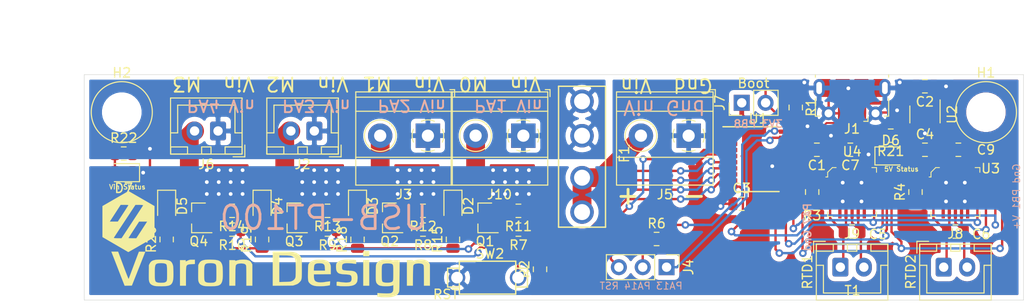
<source format=kicad_pcb>
(kicad_pcb (version 20171130) (host pcbnew "(5.1.5)-3")
  (title_block (rev B))
  (layers (0 F.Cu signal) (31 B.Cu signal) (34 B.Paste user) (35 F.Paste user) (36 B.SilkS user) (37 F.SilkS user) (38 B.Mask user) (39 F.Mask user hide) (44 Edge.Cuts user))
  (net 0 "")
  (net 1 +3V3)
  (net 2 GND)
  (net 3 /D+)
  (net 4 /D-)
  (net 5 /~RESET)
  (net 6 /SWDCLK)
  (net 7 /SWDIO)
  (net 8 /BOOT0)
  (net 9 /Mosfet3)
  (net 10 /Mosfet2)
  (net 11 /Mosfet1)
  (net 12 /Mosfet0)
  (net 13 PWM0)
  (net 14 PWM1)
  (net 15 PWM2)
  (net 16 PWM3)
  (net 17 /Vin)
  (net 18 "Net-(Q1-Pad1)")
  (net 19 "Net-(Q2-Pad1)")
  (net 20 "Net-(Q3-Pad1)")
  (net 21 "Net-(Q4-Pad1)")
  (net 22 "Net-(F1-Pad2)")
  (net 23 "Net-(D2-Pad2)")
  (net 24 "Net-(D3-Pad2)")
  (net 25 "Net-(D4-Pad2)")
  (net 26 "Net-(D5-Pad2)")
  (net 27 "Net-(D6-Pad2)")
  (net 28 "Net-(D7-Pad2)")
  (net 29 /VBUS)
  (net 30 /MISO)
  (net 31 /SCK)
  (net 32 /MOSI)
  (net 33 /RTD1-)
  (net 34 /RTD1+)
  (net 35 /REF1-)
  (net 36 /REF1+)
  (net 37 /RTD2+)
  (net 38 /RTD2-)
  (net 39 /REF2+)
  (net 40 /REF2-)
  (net 41 /RTD2_CS)
  (net 42 /RTD1_CS)
  (module USB-PT100:R_0805_2012Metric (layer F.Cu) (at 160.9375 93.5)
    (fp_text reference R6 (at 0 -1.65) (layer F.SilkS))
    (fp_text value 10K)
    (pad 2 smd roundrect (at 0.9375 0) (size 0.975 1.4) (layers F.Cu F.Paste F.Mask) (net 1 +3V3))
    (pad 1 smd roundrect (at -0.9375 0) (size 0.975 1.4) (layers F.Cu F.Paste F.Mask) (net 6 /SWDCLK))
  )
  (module USB-PT100:PinHeader_1x03_P2.54mm_Vertical (layer F.Cu) (at 162 96.5 270)
    (fp_text reference J4 (at 0 -2.33 90) (layer F.SilkS))
    (fp_text value Conn_01x03)
    (pad 3 thru_hole oval (at 0 5.08 270) (size 1.7 1.7) (drill 1) (layers *.Cu *.Mask) (net 5 /~RESET))
    (pad 2 thru_hole oval (at 0 2.54 270) (size 1.7 1.7) (drill 1) (layers *.Cu *.Mask) (net 6 /SWDCLK))
    (pad 1 thru_hole rect (at 0 0 270) (size 1.7 1.7) (drill 1) (layers *.Cu *.Mask) (net 7 /SWDIO))
  )
  (module USB-PT100:JST_XH_B02B-XH-A_1x02_P2.50mm_Vertical (layer F.Cu) (at 114.25 82 180)
    (fp_text reference J6 (at 1.25 -3.55) (layer F.SilkS))
    (fp_text value Conn_01x02)
    (pad 2 thru_hole oval (at 2.5 0 180) (size 1.7 2) (drill 1) (layers *.Cu *.Mask) (net 9 /Mosfet3))
    (pad 1 thru_hole roundrect (at 0 0 180) (size 1.7 2) (drill 1) (layers *.Cu *.Mask) (roundrect_rratio 0.147059) (net 17 /Vin))
  )
  (module USB-PT100:JST_XH_B02B-XH-A_1x02_P2.50mm_Vertical (layer F.Cu) (at 124.5 82 180)
    (fp_text reference J2 (at 1.25 -3.55) (layer F.SilkS))
    (fp_text value Conn_01x02)
    (pad 2 thru_hole oval (at 2.5 0 180) (size 1.7 2) (drill 1) (layers *.Cu *.Mask) (net 10 /Mosfet2))
    (pad 1 thru_hole roundrect (at 0 0 180) (size 1.7 2) (drill 1) (layers *.Cu *.Mask) (roundrect_rratio 0.147059) (net 17 /Vin))
  )
  (module USB-PT100:1x02_ScrewTerminal_Phoenix (layer F.Cu) (at 146.75 82.5 180)
    (fp_text reference J10 (at 2.54 -6.26) (layer F.SilkS))
    (fp_text value Vin)
    (pad 2 thru_hole circle (at 5.08 0 180) (size 2.6 2.6) (drill 1.3) (layers *.Cu *.Mask) (net 12 /Mosfet0))
    (pad 1 thru_hole rect (at 0 0 180) (size 2.6 2.6) (drill 1.3) (layers *.Cu *.Mask) (net 17 /Vin))
  )
  (module USB-PT100:1x02_ScrewTerminal_Phoenix (layer F.Cu) (at 136.59 82.5 180)
    (fp_text reference J3 (at 2.54 -6.26) (layer F.SilkS))
    (fp_text value Vin)
    (pad 2 thru_hole circle (at 5.08 0 180) (size 2.6 2.6) (drill 1.3) (layers *.Cu *.Mask) (net 11 /Mosfet1))
    (pad 1 thru_hole rect (at 0 0 180) (size 2.6 2.6) (drill 1.3) (layers *.Cu *.Mask) (net 17 /Vin))
  )
  (module USB-PT100:C_0805_2012Metric (layer F.Cu) (at 193.0625 84 180)
    (fp_text reference C9 (at -2.9375 0) (layer F.SilkS))
    (fp_text value 0.1uF)
    (pad 2 smd roundrect (at 0.9375 0 180) (size 0.975 1.4) (layers F.Cu F.Paste F.Mask) (net 1 +3V3))
    (pad 1 smd roundrect (at -0.9375 0 180) (size 0.975 1.4) (layers F.Cu F.Paste F.Mask) (net 2 GND))
  )
  (module USB-PT100:C_0805_2012Metric (layer F.Cu) (at 181.5625 84 180)
    (fp_text reference C7 (at 0 -1.65) (layer F.SilkS))
    (fp_text value 0.1uF)
    (pad 2 smd roundrect (at 0.9375 0 180) (size 0.975 1.4) (layers F.Cu F.Paste F.Mask) (net 1 +3V3))
    (pad 1 smd roundrect (at -0.9375 0 180) (size 0.975 1.4) (layers F.Cu F.Paste F.Mask) (net 2 GND))
  )
  (module USB-PT100:R_0805_2012Metric (layer F.Cu) (at 188.5 88.5 90)
    (fp_text reference R4 (at 0 -1.65 90) (layer F.SilkS))
    (fp_text value 400)
    (pad 2 smd roundrect (at 0.9375 0 90) (size 0.975 1.4) (layers F.Cu F.Paste F.Mask) (net 39 /REF2+))
    (pad 1 smd roundrect (at -0.9375 0 90) (size 0.975 1.4) (layers F.Cu F.Paste F.Mask) (net 40 /REF2-))
  )
  (module USB-PT100:R_0805_2012Metric (layer F.Cu) (at 177.5 88.5 90)
    (fp_text reference R3 (at -2.5 0 180) (layer F.SilkS))
    (fp_text value 400)
    (pad 2 smd roundrect (at 0.9375 0 90) (size 0.975 1.4) (layers F.Cu F.Paste F.Mask) (net 36 /REF1+))
    (pad 1 smd roundrect (at -0.9375 0 90) (size 0.975 1.4) (layers F.Cu F.Paste F.Mask) (net 35 /REF1-))
  )
  (module USB-PT100:C_0805_2012Metric (layer F.Cu) (at 192.75 92.71)
    (fp_text reference C6 (at 2.75 0.29) (layer F.SilkS))
    (fp_text value 0.1uF)
    (pad 1 smd roundrect (at -0.9375 0) (size 0.975 1.4) (layers F.Cu F.Paste F.Mask) (net 37 /RTD2+))
    (pad 2 smd roundrect (at 0.9375 0) (size 0.975 1.4) (layers F.Cu F.Paste F.Mask) (net 38 /RTD2-))
  )
  (module USB-PT100:C_0805_2012Metric (layer F.Cu) (at 181.75 92.71)
    (fp_text reference C5 (at 2.75 0.29) (layer F.SilkS))
    (fp_text value 0.1uF)
    (pad 2 smd roundrect (at 0.9375 0) (size 0.975 1.4) (layers F.Cu F.Paste F.Mask) (net 33 /RTD1-))
    (pad 1 smd roundrect (at -0.9375 0) (size 0.975 1.4) (layers F.Cu F.Paste F.Mask) (net 34 /RTD1+))
  )
  (module USB-PT100:JST_XH_B02B-XH-A_1x02_P2.50mm_Vertical (layer F.Cu) (at 180.5 96.5)
    (fp_text reference J9 (at 1.25 -3.55) (layer F.SilkS))
    (fp_text value Conn_01x02)
    (pad 2 thru_hole oval (at 2.5 0) (size 1.7 2) (drill 1) (layers *.Cu *.Mask) (net 33 /RTD1-))
    (pad 1 thru_hole roundrect (at 0 0) (size 1.7 2) (drill 1) (layers *.Cu *.Mask) (roundrect_rratio 0.147059) (net 34 /RTD1+))
  )
  (module USB-PT100:JST_XH_B02B-XH-A_1x02_P2.50mm_Vertical (layer F.Cu) (at 191.5 96.5)
    (fp_text reference J8 (at 1.25 -3.55) (layer F.SilkS))
    (fp_text value Conn_01x02)
    (pad 2 thru_hole oval (at 2.5 0) (size 1.7 2) (drill 1) (layers *.Cu *.Mask) (net 38 /RTD2-))
    (pad 1 thru_hole roundrect (at 0 0) (size 1.7 2) (drill 1) (layers *.Cu *.Mask) (roundrect_rratio 0.147059) (net 37 /RTD2+))
  )
  (module digikey-footprints:TQFN-20-1EP_5x5mm (layer F.Cu) (at 181.75 88.5)
    (fp_text reference U4 (at 0 -4.3) (layer F.SilkS))
    (fp_text value MAX31865ATP_)
    (pad 21 smd rect (at 0 0) (size 3.25 3.25) (layers F.Cu F.Paste F.Mask) (net 2 GND))
    (pad 20 smd rect (at -1.3 -2.34) (size 0.35 0.95) (layers F.Cu F.Paste F.Mask) (net 1 +3V3))
    (pad 19 smd rect (at -0.65 -2.34) (size 0.35 0.95) (layers F.Cu F.Paste F.Mask) (net 1 +3V3))
    (pad 18 smd rect (at 0 -2.34) (size 0.35 0.95) (layers F.Cu F.Paste F.Mask))
    (pad 17 smd rect (at 0.65 -2.34) (size 0.35 0.95) (layers F.Cu F.Paste F.Mask))
    (pad 16 smd rect (at 1.3 -2.34) (size 0.35 0.95) (layers F.Cu F.Paste F.Mask) (net 2 GND))
    (pad 15 smd rect (at 2.34 -1.3) (size 0.95 0.35) (layers F.Cu F.Paste F.Mask) (net 2 GND))
    (pad 14 smd rect (at 2.34 -0.65) (size 0.95 0.35) (layers F.Cu F.Paste F.Mask) (net 30 /MISO))
    (pad 13 smd rect (at 2.34 0) (size 0.95 0.35) (layers F.Cu F.Paste F.Mask) (net 42 /RTD1_CS))
    (pad 12 smd rect (at 2.34 0.65) (size 0.95 0.35) (layers F.Cu F.Paste F.Mask) (net 31 /SCK))
    (pad 11 smd rect (at 2.34 1.3) (size 0.95 0.35) (layers F.Cu F.Paste F.Mask) (net 32 /MOSI))
    (pad 10 smd rect (at 1.3 2.34) (size 0.35 0.95) (layers F.Cu F.Paste F.Mask) (net 2 GND))
    (pad 9 smd rect (at 0.65 2.34) (size 0.35 0.95) (layers F.Cu F.Paste F.Mask) (net 33 /RTD1-))
    (pad 8 smd rect (at 0 2.34) (size 0.35 0.95) (layers F.Cu F.Paste F.Mask) (net 33 /RTD1-))
    (pad 7 smd rect (at -0.65 2.34) (size 0.35 0.95) (layers F.Cu F.Paste F.Mask) (net 34 /RTD1+))
    (pad 5 smd rect (at -2.34 1.3) (size 0.95 0.35) (layers F.Cu F.Paste F.Mask) (net 34 /RTD1+))
    (pad 4 smd rect (at -2.34 0.65) (size 0.95 0.35) (layers F.Cu F.Paste F.Mask) (net 35 /REF1-))
    (pad 3 smd rect (at -2.34 0) (size 0.95 0.35) (layers F.Cu F.Paste F.Mask) (net 35 /REF1-))
    (pad 2 smd rect (at -2.34 -0.65) (size 0.95 0.35) (layers F.Cu F.Paste F.Mask) (net 36 /REF1+))
    (pad 1 smd rect (at -2.34 -1.3) (size 0.95 0.35) (layers F.Cu F.Paste F.Mask) (net 36 /REF1+))
    (pad 6 smd rect (at -1.3 2.34) (size 0.35 0.95) (layers F.Cu F.Paste F.Mask) (net 2 GND))
  )
  (module digikey-footprints:TQFN-20-1EP_5x5mm (layer F.Cu) (at 192.75 88.5)
    (fp_text reference U3 (at 3.75 -2.5) (layer F.SilkS))
    (fp_text value MAX31865ATP_)
    (pad 21 smd rect (at 0 0) (size 3.25 3.25) (layers F.Cu F.Paste F.Mask) (net 2 GND))
    (pad 20 smd rect (at -1.3 -2.34) (size 0.35 0.95) (layers F.Cu F.Paste F.Mask) (net 1 +3V3))
    (pad 19 smd rect (at -0.65 -2.34) (size 0.35 0.95) (layers F.Cu F.Paste F.Mask) (net 1 +3V3))
    (pad 18 smd rect (at 0 -2.34) (size 0.35 0.95) (layers F.Cu F.Paste F.Mask))
    (pad 17 smd rect (at 0.65 -2.34) (size 0.35 0.95) (layers F.Cu F.Paste F.Mask))
    (pad 16 smd rect (at 1.3 -2.34) (size 0.35 0.95) (layers F.Cu F.Paste F.Mask) (net 2 GND))
    (pad 15 smd rect (at 2.34 -1.3) (size 0.95 0.35) (layers F.Cu F.Paste F.Mask) (net 2 GND))
    (pad 14 smd rect (at 2.34 -0.65) (size 0.95 0.35) (layers F.Cu F.Paste F.Mask) (net 30 /MISO))
    (pad 13 smd rect (at 2.34 0) (size 0.95 0.35) (layers F.Cu F.Paste F.Mask) (net 41 /RTD2_CS))
    (pad 12 smd rect (at 2.34 0.65) (size 0.95 0.35) (layers F.Cu F.Paste F.Mask) (net 31 /SCK))
    (pad 11 smd rect (at 2.34 1.3) (size 0.95 0.35) (layers F.Cu F.Paste F.Mask) (net 32 /MOSI))
    (pad 10 smd rect (at 1.3 2.34) (size 0.35 0.95) (layers F.Cu F.Paste F.Mask) (net 2 GND))
    (pad 9 smd rect (at 0.65 2.34) (size 0.35 0.95) (layers F.Cu F.Paste F.Mask) (net 38 /RTD2-))
    (pad 8 smd rect (at 0 2.34) (size 0.35 0.95) (layers F.Cu F.Paste F.Mask) (net 38 /RTD2-))
    (pad 7 smd rect (at -0.65 2.34) (size 0.35 0.95) (layers F.Cu F.Paste F.Mask) (net 37 /RTD2+))
    (pad 5 smd rect (at -2.34 1.3) (size 0.95 0.35) (layers F.Cu F.Paste F.Mask) (net 37 /RTD2+))
    (pad 4 smd rect (at -2.34 0.65) (size 0.95 0.35) (layers F.Cu F.Paste F.Mask) (net 40 /REF2-))
    (pad 3 smd rect (at -2.34 0) (size 0.95 0.35) (layers F.Cu F.Paste F.Mask) (net 40 /REF2-))
    (pad 2 smd rect (at -2.34 -0.65) (size 0.95 0.35) (layers F.Cu F.Paste F.Mask) (net 39 /REF2+))
    (pad 1 smd rect (at -2.34 -1.3) (size 0.95 0.35) (layers F.Cu F.Paste F.Mask) (net 39 /REF2+))
    (pad 6 smd rect (at -1.3 2.34) (size 0.35 0.95) (layers F.Cu F.Paste F.Mask) (net 2 GND))
  )
  (module USB-PT100:SOT-23-5 (layer F.Cu) (at 189.509 80.239 270)
    (fp_text reference U2 (at 0 -2.9 90) (layer F.SilkS))
    (fp_text value AP2127K-3.3)
    (pad 5 smd rect (at 1.1 -0.95 270) (size 1.06 0.65) (layers F.Cu F.Paste F.Mask) (net 1 +3V3))
    (pad 4 smd rect (at 1.1 0.95 270) (size 1.06 0.65) (layers F.Cu F.Paste F.Mask))
    (pad 3 smd rect (at -1.1 0.95 270) (size 1.06 0.65) (layers F.Cu F.Paste F.Mask) (net 29 /VBUS))
    (pad 2 smd rect (at -1.1 0 270) (size 1.06 0.65) (layers F.Cu F.Paste F.Mask) (net 2 GND))
    (pad 1 smd rect (at -1.1 -0.95 270) (size 1.06 0.65) (layers F.Cu F.Paste F.Mask) (net 29 /VBUS))
  )
  (module USB-PT100:TSSOP-20_4.4x6.5mm_P0.65mm (layer F.Cu) (at 171.75 85)
    (fp_text reference U1 (at 0 -4.3) (layer F.SilkS))
    (fp_text value STM32F042F6Px)
    (pad 20 smd rect (at 2.95 -2.925) (size 1.45 0.45) (layers F.Cu F.Paste F.Mask) (net 6 /SWDCLK))
    (pad 19 smd rect (at 2.95 -2.275) (size 1.45 0.45) (layers F.Cu F.Paste F.Mask) (net 7 /SWDIO))
    (pad 18 smd rect (at 2.95 -1.625) (size 1.45 0.45) (layers F.Cu F.Paste F.Mask) (net 3 /D+))
    (pad 17 smd rect (at 2.95 -0.975) (size 1.45 0.45) (layers F.Cu F.Paste F.Mask) (net 4 /D-))
    (pad 16 smd rect (at 2.95 -0.325) (size 1.45 0.45) (layers F.Cu F.Paste F.Mask) (net 1 +3V3))
    (pad 15 smd rect (at 2.95 0.325) (size 1.45 0.45) (layers F.Cu F.Paste F.Mask) (net 2 GND))
    (pad 14 smd rect (at 2.95 0.975) (size 1.45 0.45) (layers F.Cu F.Paste F.Mask) (net 30 /MISO))
    (pad 13 smd rect (at 2.95 1.625) (size 1.45 0.45) (layers F.Cu F.Paste F.Mask) (net 41 /RTD2_CS))
    (pad 12 smd rect (at 2.95 2.275) (size 1.45 0.45) (layers F.Cu F.Paste F.Mask) (net 42 /RTD1_CS))
    (pad 11 smd rect (at 2.95 2.925) (size 1.45 0.45) (layers F.Cu F.Paste F.Mask) (net 31 /SCK))
    (pad 10 smd rect (at -2.95 2.925) (size 1.45 0.45) (layers F.Cu F.Paste F.Mask) (net 32 /MOSI))
    (pad 9 smd rect (at -2.95 2.275) (size 1.45 0.45) (layers F.Cu F.Paste F.Mask) (net 16 PWM3))
    (pad 8 smd rect (at -2.95 1.625) (size 1.45 0.45) (layers F.Cu F.Paste F.Mask) (net 15 PWM2))
    (pad 7 smd rect (at -2.95 0.975) (size 1.45 0.45) (layers F.Cu F.Paste F.Mask) (net 14 PWM1))
    (pad 6 smd rect (at -2.95 0.325) (size 1.45 0.45) (layers F.Cu F.Paste F.Mask) (net 13 PWM0))
    (pad 5 smd rect (at -2.95 -0.325) (size 1.45 0.45) (layers F.Cu F.Paste F.Mask) (net 1 +3V3))
    (pad 4 smd rect (at -2.95 -0.975) (size 1.45 0.45) (layers F.Cu F.Paste F.Mask) (net 5 /~RESET))
    (pad 3 smd rect (at -2.95 -1.625) (size 1.45 0.45) (layers F.Cu F.Paste F.Mask))
    (pad 2 smd rect (at -2.95 -2.275) (size 1.45 0.45) (layers F.Cu F.Paste F.Mask))
    (pad 1 smd rect (at -2.95 -2.925) (size 1.45 0.45) (layers F.Cu F.Paste F.Mask) (net 8 /BOOT0))
  )
  (module USB-PT100:2PinTactileButton (layer F.Cu) (at 142.94 97.613 180)
    (fp_text reference SW2 (at -0.254 2.54) (layer F.SilkS))
    (fp_text value SW_SPST)
    (pad 1 thru_hole circle (at 3.25 0 180) (size 1.75 1.75) (drill 1.25) (layers *.Cu *.Mask) (net 2 GND))
    (pad 2 thru_hole circle (at -3.25 0 180) (size 1.75 1.75) (drill 1.25) (layers *.Cu *.Mask) (net 5 /~RESET))
  )
  (module USB-PT100:R_0805_2012Metric (layer F.Cu) (at 104.205 84.405)
    (fp_text reference R22 (at 0 -1.65) (layer F.SilkS))
    (fp_text value 4.7K)
    (pad 2 smd roundrect (at 0.9375 0) (size 0.975 1.4) (layers F.Cu F.Paste F.Mask) (net 17 /Vin))
    (pad 1 smd roundrect (at -0.9375 0) (size 0.975 1.4) (layers F.Cu F.Paste F.Mask) (net 28 "Net-(D7-Pad2)"))
  )
  (module USB-PT100:R_0805_2012Metric (layer F.Cu) (at 185.866 82.5 180)
    (fp_text reference R21 (at 0 -1.65) (layer F.SilkS))
    (fp_text value 1K)
    (pad 2 smd roundrect (at 0.9375 0 180) (size 0.975 1.4) (layers F.Cu F.Paste F.Mask) (net 29 /VBUS))
    (pad 1 smd roundrect (at -0.9375 0 180) (size 0.975 1.4) (layers F.Cu F.Paste F.Mask) (net 27 "Net-(D6-Pad2)"))
  )
  (module USB-PT100:R_0805_2012Metric (layer F.Cu) (at 108.777 93.549 90)
    (fp_text reference R20 (at 0 -1.65 90) (layer F.SilkS))
    (fp_text value 4.7K)
    (pad 2 smd roundrect (at 0.9375 0 90) (size 0.975 1.4) (layers F.Cu F.Paste F.Mask) (net 26 "Net-(D5-Pad2)"))
    (pad 1 smd roundrect (at -0.9375 0 90) (size 0.975 1.4) (layers F.Cu F.Paste F.Mask) (net 17 /Vin))
  )
  (module USB-PT100:R_0805_2012Metric (layer F.Cu) (at 118.937 93.549 90)
    (fp_text reference R19 (at 0 -1.65 90) (layer F.SilkS))
    (fp_text value 4.7K)
    (pad 2 smd roundrect (at 0.9375 0 90) (size 0.975 1.4) (layers F.Cu F.Paste F.Mask) (net 25 "Net-(D4-Pad2)"))
    (pad 1 smd roundrect (at -0.9375 0 90) (size 0.975 1.4) (layers F.Cu F.Paste F.Mask) (net 17 /Vin))
  )
  (module USB-PT100:R_0805_2012Metric (layer F.Cu) (at 129.097 93.549 90)
    (fp_text reference R18 (at 0 -1.65 90) (layer F.SilkS))
    (fp_text value 4.7K)
    (pad 2 smd roundrect (at 0.9375 0 90) (size 0.975 1.4) (layers F.Cu F.Paste F.Mask) (net 24 "Net-(D3-Pad2)"))
    (pad 1 smd roundrect (at -0.9375 0 90) (size 0.975 1.4) (layers F.Cu F.Paste F.Mask) (net 17 /Vin))
  )
  (module USB-PT100:R_0805_2012Metric (layer F.Cu) (at 139.257 93.549 90)
    (fp_text reference R15 (at 0 -1.65 90) (layer F.SilkS))
    (fp_text value 4.7K)
    (pad 2 smd roundrect (at 0.9375 0 90) (size 0.975 1.4) (layers F.Cu F.Paste F.Mask) (net 23 "Net-(D2-Pad2)"))
    (pad 1 smd roundrect (at -0.9375 0 90) (size 0.975 1.4) (layers F.Cu F.Paste F.Mask) (net 17 /Vin))
  )
  (module USB-PT100:R_0805_2012Metric (layer F.Cu) (at 115.746 90.5 180)
    (fp_text reference R14 (at 0 -1.65) (layer F.SilkS))
    (fp_text value 10K)
    (pad 2 smd roundrect (at 0.9375 0 180) (size 0.975 1.4) (layers F.Cu F.Paste F.Mask) (net 2 GND))
    (pad 1 smd roundrect (at -0.9375 0 180) (size 0.975 1.4) (layers F.Cu F.Paste F.Mask) (net 16 PWM3))
  )
  (module USB-PT100:R_0805_2012Metric (layer F.Cu) (at 125.906 90.5 180)
    (fp_text reference R13 (at 0 -1.65) (layer F.SilkS))
    (fp_text value 10K)
    (pad 2 smd roundrect (at 0.9375 0 180) (size 0.975 1.4) (layers F.Cu F.Paste F.Mask) (net 2 GND))
    (pad 1 smd roundrect (at -0.9375 0 180) (size 0.975 1.4) (layers F.Cu F.Paste F.Mask) (net 15 PWM2))
  )
  (module USB-PT100:R_0805_2012Metric (layer F.Cu) (at 136.066 90.5 180)
    (fp_text reference R12 (at 0 -1.65) (layer F.SilkS))
    (fp_text value 10K)
    (pad 2 smd roundrect (at 0.9375 0 180) (size 0.975 1.4) (layers F.Cu F.Paste F.Mask) (net 2 GND))
    (pad 1 smd roundrect (at -0.9375 0 180) (size 0.975 1.4) (layers F.Cu F.Paste F.Mask) (net 14 PWM1))
  )
  (module USB-PT100:R_0805_2012Metric (layer F.Cu) (at 146.226 90.5 180)
    (fp_text reference R11 (at 0 -1.65) (layer F.SilkS))
    (fp_text value 10K)
    (pad 2 smd roundrect (at 0.9375 0 180) (size 0.975 1.4) (layers F.Cu F.Paste F.Mask) (net 2 GND))
    (pad 1 smd roundrect (at -0.9375 0 180) (size 0.975 1.4) (layers F.Cu F.Paste F.Mask) (net 13 PWM0))
  )
  (module USB-PT100:R_0805_2012Metric (layer F.Cu) (at 115.746 92.5 180)
    (fp_text reference R10 (at 0 -1.65) (layer F.SilkS))
    (fp_text value 100)
    (pad 2 smd roundrect (at 0.9375 0 180) (size 0.975 1.4) (layers F.Cu F.Paste F.Mask) (net 21 "Net-(Q4-Pad1)"))
    (pad 1 smd roundrect (at -0.9375 0 180) (size 0.975 1.4) (layers F.Cu F.Paste F.Mask) (net 16 PWM3))
  )
  (module USB-PT100:R_0805_2012Metric (layer F.Cu) (at 125.906 92.5 180)
    (fp_text reference R9 (at 0 -1.65) (layer F.SilkS))
    (fp_text value 100)
    (pad 2 smd roundrect (at 0.9375 0 180) (size 0.975 1.4) (layers F.Cu F.Paste F.Mask) (net 20 "Net-(Q3-Pad1)"))
    (pad 1 smd roundrect (at -0.9375 0 180) (size 0.975 1.4) (layers F.Cu F.Paste F.Mask) (net 15 PWM2))
  )
  (module USB-PT100:R_0805_2012Metric (layer F.Cu) (at 136.066 92.5 180)
    (fp_text reference R8 (at 0 -1.65) (layer F.SilkS))
    (fp_text value 100)
    (pad 2 smd roundrect (at 0.9375 0 180) (size 0.975 1.4) (layers F.Cu F.Paste F.Mask) (net 19 "Net-(Q2-Pad1)"))
    (pad 1 smd roundrect (at -0.9375 0 180) (size 0.975 1.4) (layers F.Cu F.Paste F.Mask) (net 14 PWM1))
  )
  (module USB-PT100:R_0805_2012Metric (layer F.Cu) (at 146.226 92.5 180)
    (fp_text reference R7 (at 0 -1.65) (layer F.SilkS))
    (fp_text value 100)
    (pad 2 smd roundrect (at 0.9375 0 180) (size 0.975 1.4) (layers F.Cu F.Paste F.Mask) (net 18 "Net-(Q1-Pad1)"))
    (pad 1 smd roundrect (at -0.9375 0 180) (size 0.975 1.4) (layers F.Cu F.Paste F.Mask) (net 13 PWM0))
  )
  (module USB-PT100:R_0805_2012Metric (layer F.Cu) (at 148.528 96.724 90)
    (fp_text reference R2 (at 0 -1.65 90) (layer F.SilkS))
    (fp_text value 10K)
    (pad 2 smd roundrect (at 0.9375 0 90) (size 0.975 1.4) (layers F.Cu F.Paste F.Mask) (net 5 /~RESET))
    (pad 1 smd roundrect (at -0.9375 0 90) (size 0.975 1.4) (layers F.Cu F.Paste F.Mask) (net 1 +3V3))
  )
  (module USB-PT100:R_0805_2012Metric (layer F.Cu) (at 175.75 79.5 270)
    (fp_text reference R1 (at 0 -1.65 90) (layer F.SilkS))
    (fp_text value 10K)
    (pad 2 smd roundrect (at 0.9375 0 270) (size 0.975 1.4) (layers F.Cu F.Paste F.Mask) (net 8 /BOOT0))
    (pad 1 smd roundrect (at -0.9375 0 270) (size 0.975 1.4) (layers F.Cu F.Paste F.Mask) (net 2 GND))
  )
  (module USB-PT100:SOT-23 (layer F.Cu) (at 112.196 91.25 180)
    (fp_text reference Q4 (at 0 -2.5) (layer F.SilkS))
    (fp_text value IRLML6344TRPBF)
    (pad 3 smd rect (at 1 0 180) (size 0.9 0.8) (layers F.Cu F.Paste F.Mask) (net 9 /Mosfet3))
    (pad 2 smd rect (at -1 0.95 180) (size 0.9 0.8) (layers F.Cu F.Paste F.Mask) (net 2 GND))
    (pad 1 smd rect (at -1 -0.95 180) (size 0.9 0.8) (layers F.Cu F.Paste F.Mask) (net 21 "Net-(Q4-Pad1)"))
  )
  (module USB-PT100:SOT-23 (layer F.Cu) (at 122.356 91.25 180)
    (fp_text reference Q3 (at 0 -2.5) (layer F.SilkS))
    (fp_text value IRLML6344TRPBF)
    (pad 3 smd rect (at 1 0 180) (size 0.9 0.8) (layers F.Cu F.Paste F.Mask) (net 10 /Mosfet2))
    (pad 2 smd rect (at -1 0.95 180) (size 0.9 0.8) (layers F.Cu F.Paste F.Mask) (net 2 GND))
    (pad 1 smd rect (at -1 -0.95 180) (size 0.9 0.8) (layers F.Cu F.Paste F.Mask) (net 20 "Net-(Q3-Pad1)"))
  )
  (module USB-PT100:SOT-23 (layer F.Cu) (at 132.516 91.25 180)
    (fp_text reference Q2 (at 0 -2.5) (layer F.SilkS))
    (fp_text value IRLML6344TRPBF)
    (pad 3 smd rect (at 1 0 180) (size 0.9 0.8) (layers F.Cu F.Paste F.Mask) (net 11 /Mosfet1))
    (pad 2 smd rect (at -1 0.95 180) (size 0.9 0.8) (layers F.Cu F.Paste F.Mask) (net 2 GND))
    (pad 1 smd rect (at -1 -0.95 180) (size 0.9 0.8) (layers F.Cu F.Paste F.Mask) (net 19 "Net-(Q2-Pad1)"))
  )
  (module USB-PT100:SOT-23 (layer F.Cu) (at 142.676 91.25 180)
    (fp_text reference Q1 (at 0 -2.5) (layer F.SilkS))
    (fp_text value IRLML6344TRPBF)
    (pad 3 smd rect (at 1 0 180) (size 0.9 0.8) (layers F.Cu F.Paste F.Mask) (net 12 /Mosfet0))
    (pad 2 smd rect (at -1 0.95 180) (size 0.9 0.8) (layers F.Cu F.Paste F.Mask) (net 2 GND))
    (pad 1 smd rect (at -1 -0.95 180) (size 0.9 0.8) (layers F.Cu F.Paste F.Mask) (net 18 "Net-(Q1-Pad1)"))
  )
  (module USB-PT100:PinHeader_1x02_P2.54mm_Vertical (layer F.Cu) (at 170 79 90)
    (fp_text reference J7 (at 0 -2.33 90) (layer F.SilkS))
    (fp_text value Conn_01x02)
    (pad 2 thru_hole oval (at 0 2.54 90) (size 1.7 1.7) (drill 1) (layers *.Cu *.Mask) (net 8 /BOOT0))
    (pad 1 thru_hole rect (at 0 0 90) (size 1.7 1.7) (drill 1) (layers *.Cu *.Mask) (net 1 +3V3))
  )
  (module USB-PT100:1x02_ScrewTerminal_Phoenix (layer F.Cu) (at 164.35 82.5 180)
    (fp_text reference J5 (at 2.54 -6.26) (layer F.SilkS))
    (fp_text value Vin)
    (pad 2 thru_hole circle (at 5.08 0 180) (size 2.6 2.6) (drill 1.3) (layers *.Cu *.Mask) (net 22 "Net-(F1-Pad2)"))
    (pad 1 thru_hole rect (at 0 0 180) (size 2.6 2.6) (drill 1.3) (layers *.Cu *.Mask) (net 2 GND))
  )
  (module USB-PT100:Molex-105017-0001-USBMicroB (layer F.Cu) (at 181.742 78.659 180)
    (fp_text reference J1 (at 0 -3.1125) (layer F.SilkS))
    (fp_text value USB_B_Micro)
    (pad 6 smd rect (at -2.9 1.2375 180) (size 1.2 1.9) (layers F.Cu F.Mask) (net 2 GND))
    (pad 6 smd rect (at 2.9 1.2375 180) (size 1.2 1.9) (layers F.Cu F.Mask) (net 2 GND))
    (pad 6 thru_hole oval (at 3.5 1.2375 180) (size 1.2 1.9) (drill oval 0.6 1.3) (layers *.Cu *.Mask) (net 2 GND))
    (pad 6 thru_hole oval (at -3.5 1.2375) (size 1.2 1.9) (drill oval 0.6 1.3) (layers *.Cu *.Mask) (net 2 GND))
    (pad 6 smd rect (at -1 1.2375 180) (size 1.5 1.9) (layers F.Cu F.Paste F.Mask) (net 2 GND))
    (pad 6 thru_hole circle (at 2.5 -1.4625 180) (size 1.45 1.45) (drill 0.85) (layers *.Cu *.Mask) (net 2 GND))
    (pad 3 smd rect (at 0 -1.4625 180) (size 0.4 1.35) (layers F.Cu F.Paste F.Mask) (net 3 /D+))
    (pad 4 smd rect (at 0.65 -1.4625 180) (size 0.4 1.35) (layers F.Cu F.Paste F.Mask) (net 2 GND))
    (pad 5 smd rect (at 1.3 -1.4625 180) (size 0.4 1.35) (layers F.Cu F.Paste F.Mask) (net 2 GND))
    (pad 1 smd rect (at -1.3 -1.4625 180) (size 0.4 1.35) (layers F.Cu F.Paste F.Mask) (net 29 /VBUS))
    (pad 2 smd rect (at -0.65 -1.4625 180) (size 0.4 1.35) (layers F.Cu F.Paste F.Mask) (net 4 /D-))
    (pad 6 thru_hole circle (at -2.5 -1.4625 180) (size 1.45 1.45) (drill 0.85) (layers *.Cu *.Mask) (net 2 GND))
    (pad 6 smd rect (at 1 1.2375 180) (size 1.5 1.9) (layers F.Cu F.Paste F.Mask) (net 2 GND))
  )
  (module USB-PT100:MountingHole_3.2mm_M3 (layer F.Cu) (at 104 80)
    (fp_text reference H2 (at 0 -4.2) (layer F.SilkS))
    (fp_text value MountingHole)
    (pad 1 np_thru_hole circle (at 0 0) (size 3.2 3.2) (drill 3.2) (layers *.Cu *.Mask))
  )
  (module USB-PT100:MountingHole_3.2mm_M3 (layer F.Cu) (at 196 80)
    (fp_text reference H1 (at 0 -4.2) (layer F.SilkS))
    (fp_text value MountingHole)
    (pad 1 np_thru_hole circle (at 0 0) (size 3.2 3.2) (drill 3.2) (layers *.Cu *.Mask))
  )
  (module USB-PT100:3544-2_FuseHolder (layer F.Cu) (at 153 84.74 270)
    (fp_text reference F1 (at -0.25 -4.5 90) (layer F.SilkS))
    (fp_text value Fuse)
    (pad 2 thru_hole circle (at 5.895 0 270) (size 2.5 2.5) (drill 1.7) (layers *.Cu *.Mask) (net 22 "Net-(F1-Pad2)"))
    (pad 2 thru_hole circle (at 2.235 0 270) (size 2.5 2.5) (drill 1.7) (layers *.Cu *.Mask) (net 22 "Net-(F1-Pad2)"))
    (pad 1 thru_hole circle (at -2.235 0 270) (size 2.5 2.5) (drill 1.7) (layers *.Cu *.Mask) (net 17 /Vin))
    (pad 1 thru_hole circle (at -5.895 0 270) (size 2.5 2.5) (drill 1.7) (layers *.Cu *.Mask) (net 17 /Vin))
  )
  (module USB-PT100:LED_0805_2012Metric (layer F.Cu) (at 104.205 86.437 180)
    (fp_text reference D7 (at 0 -1.65) (layer F.SilkS))
    (fp_text value LED)
    (pad 2 smd roundrect (at 0.9375 0 180) (size 0.975 1.4) (layers F.Cu F.Paste F.Mask) (net 28 "Net-(D7-Pad2)"))
    (pad 1 smd roundrect (at -0.9375 0 180) (size 0.975 1.4) (layers F.Cu F.Paste F.Mask) (net 2 GND))
  )
  (module USB-PT100:LED_0805_2012Metric (layer F.Cu) (at 185.866 84.659)
    (fp_text reference D6 (at 0 -1.65) (layer F.SilkS))
    (fp_text value LED)
    (pad 2 smd roundrect (at 0.9375 0) (size 0.975 1.4) (layers F.Cu F.Paste F.Mask) (net 27 "Net-(D6-Pad2)"))
    (pad 1 smd roundrect (at -0.9375 0) (size 0.975 1.4) (layers F.Cu F.Paste F.Mask) (net 2 GND))
  )
  (module USB-PT100:LED_0805_2012Metric (layer F.Cu) (at 108.777 89.993 270)
    (fp_text reference D5 (at 0 -1.65 90) (layer F.SilkS))
    (fp_text value LED)
    (pad 2 smd roundrect (at 0.9375 0 270) (size 0.975 1.4) (layers F.Cu F.Paste F.Mask) (net 26 "Net-(D5-Pad2)"))
    (pad 1 smd roundrect (at -0.9375 0 270) (size 0.975 1.4) (layers F.Cu F.Paste F.Mask) (net 9 /Mosfet3))
  )
  (module USB-PT100:LED_0805_2012Metric (layer F.Cu) (at 118.937 89.993 270)
    (fp_text reference D4 (at 0 -1.65 90) (layer F.SilkS))
    (fp_text value LED)
    (pad 2 smd roundrect (at 0.9375 0 270) (size 0.975 1.4) (layers F.Cu F.Paste F.Mask) (net 25 "Net-(D4-Pad2)"))
    (pad 1 smd roundrect (at -0.9375 0 270) (size 0.975 1.4) (layers F.Cu F.Paste F.Mask) (net 10 /Mosfet2))
  )
  (module USB-PT100:LED_0805_2012Metric (layer F.Cu) (at 129.097 89.993 270)
    (fp_text reference D3 (at 0 -1.65 90) (layer F.SilkS))
    (fp_text value LED)
    (pad 2 smd roundrect (at 0.9375 0 270) (size 0.975 1.4) (layers F.Cu F.Paste F.Mask) (net 24 "Net-(D3-Pad2)"))
    (pad 1 smd roundrect (at -0.9375 0 270) (size 0.975 1.4) (layers F.Cu F.Paste F.Mask) (net 11 /Mosfet1))
  )
  (module USB-PT100:LED_0805_2012Metric (layer F.Cu) (at 139.257 89.993 270)
    (fp_text reference D2 (at 0 -1.65 90) (layer F.SilkS))
    (fp_text value LED)
    (pad 2 smd roundrect (at 0.9375 0 270) (size 0.975 1.4) (layers F.Cu F.Paste F.Mask) (net 23 "Net-(D2-Pad2)"))
    (pad 1 smd roundrect (at -0.9375 0 270) (size 0.975 1.4) (layers F.Cu F.Paste F.Mask) (net 12 /Mosfet0))
  )
  (module USB-PT100:C_0805_2012Metric (layer F.Cu) (at 189.509 84)
    (fp_text reference C4 (at 0 -1.65) (layer F.SilkS))
    (fp_text value 4.7uF)
    (pad 2 smd roundrect (at 0.9375 0) (size 0.975 1.4) (layers F.Cu F.Paste F.Mask) (net 1 +3V3))
    (pad 1 smd roundrect (at -0.9375 0) (size 0.975 1.4) (layers F.Cu F.Paste F.Mask) (net 2 GND))
  )
  (module USB-PT100:C_0805_2012Metric (layer F.Cu) (at 170 89.75)
    (fp_text reference C3 (at 0 -1.65) (layer F.SilkS))
    (fp_text value 0.1uF)
    (pad 2 smd roundrect (at 0.9375 0) (size 0.975 1.4) (layers F.Cu F.Paste F.Mask) (net 1 +3V3))
    (pad 1 smd roundrect (at -0.9375 0) (size 0.975 1.4) (layers F.Cu F.Paste F.Mask) (net 2 GND))
  )
  (module USB-PT100:C_0805_2012Metric (layer F.Cu) (at 189.501 77.24 180)
    (fp_text reference C2 (at 0 -1.65) (layer F.SilkS))
    (fp_text value 4.7uF)
    (pad 2 smd roundrect (at 0.9375 0 180) (size 0.975 1.4) (layers F.Cu F.Paste F.Mask) (net 29 /VBUS))
    (pad 1 smd roundrect (at -0.9375 0 180) (size 0.975 1.4) (layers F.Cu F.Paste F.Mask) (net 2 GND))
  )
  (module USB-PT100:C_0805_2012Metric (layer F.Cu) (at 178 84 180)
    (fp_text reference C1 (at 0 -1.65) (layer F.SilkS))
    (fp_text value 0.1uF)
    (pad 2 smd roundrect (at 0.9375 0 180) (size 0.975 1.4) (layers F.Cu F.Paste F.Mask) (net 1 +3V3))
    (pad 1 smd roundrect (at -0.9375 0 180) (size 0.975 1.4) (layers F.Cu F.Paste F.Mask) (net 2 GND))
  )
  (module TRA_KiCad_Footprints:VoronLogo_6pt5mm_silkScreen (layer F.Cu) (at 104.713 91.644)
    (fp_text reference G*** hide)
    (fp_text value LOGO hide)
  )
  (module TRA_KiCad_Footprints:VoronDesign_Text_35x20 (layer F.Cu) (at 119.953 96.597)
    (fp_text reference G*** hide)
    (fp_text value LOGO hide)
  )
  (gr_text RTD1 (at 177 97 90) (layer F.SilkS) (effects (font (size 1 1))))
  (gr_text "Vin Status" (at 104.586 87.961) (layer F.SilkS) (effects (font (size 0.5 0.5) (thickness 0.1))))
  (gr_text "5V Status" (at 187 86.056) (layer F.SilkS) (effects (font (size 0.5 0.5) (thickness 0.1))))
  (gr_text "+   -" (at 161.422 88.819) (layer F.SilkS) (effects (font (size 2 2) (thickness 0.3))))
  (gr_text USB-PT100 (at 125.5 91.25) (layer B.SilkS) (effects (font (size 2.5 2.5) (thickness 0.3)) (justify mirror)))
  (gr_circle (center 104 80) (end 107.25 80) (layer F.SilkS) (width 0.12))
  (gr_circle (center 196 80) (end 199.25 80) (layer F.SilkS) (width 0.12))
  (gr_text T1 (at 181.802 99) (layer F.SilkS) (effects (font (size 1 1))))
  (gr_line (start 100 76) (end 100 100) (layer Edge.Cuts) (width 0.05))
  (gr_line (start 200 76) (end 100 76) (layer Edge.Cuts) (width 0.05))
  (gr_line (start 200 100) (end 200 76) (layer Edge.Cuts) (width 0.05))
  (gr_line (start 100 100) (end 200 100) (layer Edge.Cuts) (width 0.05))
  (gr_text "PA1 Vin" (at 145.158 79.312 180) (layer B.SilkS) (effects (font (size 1.25 1.25) (thickness 0.2)) (justify mirror)))
  (gr_text "PA7 Gnd" (at 177 92.25 90) (layer B.SilkS) (effects (font (size 0.8 0.8)) (justify mirror)))
  (gr_text "PA3 Vin" (at 124.711 79.312 180) (layer B.SilkS) (effects (font (size 1.25 1.25) (thickness 0.2)) (justify mirror)))
  (gr_text "Vin Gnd\n" (at 161.75 79.5 180) (layer B.SilkS) (effects (font (size 1.5 1.5) (thickness 0.2)) (justify mirror)))
  (gr_text "3V3 PB8" (at 171.75 81.25) (layer B.SilkS) (effects (font (size 0.8 0.8)) (justify mirror)))
  (gr_text "PA2 Vin" (at 134.871 79.312 180) (layer B.SilkS) (effects (font (size 1.25 1.25) (thickness 0.2)) (justify mirror)))
  (gr_text "PA13 PA14 RST " (at 159 98.5) (layer B.SilkS) (effects (font (size 0.75 0.75) (thickness 0.1)) (justify mirror)))
  (gr_text "PA4 Vin" (at 114.551 79.312 180) (layer B.SilkS) (effects (font (size 1.25 1.25) (thickness 0.2)) (justify mirror)))
  (gr_text RST (at 138.495 99.391) (layer F.SilkS) (effects (font (size 1 1))))
  (gr_text "Gnd PB1 V+\n" (at 199.25 89 90) (layer B.SilkS) (effects (font (size 0.75 0.75) (thickness 0.1)) (justify mirror)))
  (gr_text "Vin  M0" (at 144.25 77 180) (layer F.SilkS) (effects (font (size 1.5 1.5) (thickness 0.2))))
  (gr_text "Vin  M2" (at 123.75 77 180) (layer F.SilkS) (effects (font (size 1.5 1.5) (thickness 0.2))))
  (gr_text "Vin  M1" (at 134 77 180) (layer F.SilkS) (effects (font (size 1.5 1.5) (thickness 0.2))))
  (gr_text "Gnd  Vin" (at 162 77.159 180) (layer F.SilkS) (effects (font (size 1.5 1.5) (thickness 0.2))))
  (gr_text Boot (at 171.25 76.912) (layer F.SilkS) (effects (font (size 1 1))))
  (gr_text "Vin  M3" (at 113.75 77 180) (layer F.SilkS) (effects (font (size 1.5 1.5) (thickness 0.2))))
  (gr_text RTD2 (at 188 97 90) (layer F.SilkS) (effects (font (size 1 1))))
  (via (at 191.75 89.5) (size 0.8) (drill 0.4) (layers F.Cu B.Cu) (net 2))
  (via (at 193.75 89.5) (size 0.8) (drill 0.4) (layers F.Cu B.Cu) (net 2))
  (via (at 193.75 87.5) (size 0.8) (drill 0.4) (layers F.Cu B.Cu) (net 2))
  (via (at 191.75 87.5) (size 0.8) (drill 0.4) (layers F.Cu B.Cu) (net 2))
  (via (at 180.75 87.5) (size 0.8) (drill 0.4) (layers F.Cu B.Cu) (net 2))
  (via (at 180.75 89.5) (size 0.8) (drill 0.4) (layers F.Cu B.Cu) (net 2))
  (via (at 182.75 89.5) (size 0.8) (drill 0.4) (layers F.Cu B.Cu) (net 2))
  (via (at 182.75 87.5) (size 0.8) (drill 0.4) (layers F.Cu B.Cu) (net 2))
  (segment (start 168.8 84.675) (end 167.825 84.675) (width 0.25) (layer F.Cu) (net 1))
  (segment (start 167.825 84.675) (end 167.65 84.5) (width 0.25) (layer F.Cu) (net 1))
  (segment (start 167.65 84.5) (end 166.25 84.5) (width 0.25) (layer F.Cu) (net 1))
  (segment (start 166.25 84.5) (end 165.25 85.5) (width 0.25) (layer F.Cu) (net 1))
  (segment (start 165.25 85.5) (end 165.25 90.5) (width 0.25) (layer F.Cu) (net 1))
  (segment (start 176.3875 84.675) (end 174.7 84.675) (width 0.25) (layer F.Cu) (net 1))
  (segment (start 177.0625 84) (end 176.3875 84.675) (width 0.25) (layer F.Cu) (net 1))
  (segment (start 180.625 85.985) (end 180.45 86.16) (width 0.25) (layer F.Cu) (net 1))
  (segment (start 180.625 84) (end 180.625 85.985) (width 0.25) (layer F.Cu) (net 1))
  (segment (start 180.675 86.16) (end 181.1 86.16) (width 0.25) (layer F.Cu) (net 1))
  (segment (start 180.625 86.11) (end 180.675 86.16) (width 0.25) (layer F.Cu) (net 1))
  (segment (start 180.625 84) (end 180.625 86.11) (width 0.25) (layer F.Cu) (net 1))
  (segment (start 191.45 86.16) (end 192.1 86.16) (width 0.25) (layer F.Cu) (net 1))
  (segment (start 192.1 84.025) (end 192.125 84) (width 0.25) (layer F.Cu) (net 1))
  (segment (start 192.1 86.16) (end 192.1 84.025) (width 0.25) (layer F.Cu) (net 1))
  (segment (start 174.7 84.675) (end 173.425 84.675) (width 0.25) (layer F.Cu) (net 1))
  (segment (start 173.425 84.675) (end 172.75 84) (width 0.25) (layer F.Cu) (net 1))
  (segment (start 179.59999 85.02501) (end 180.625 84) (width 0.25) (layer F.Cu) (net 1))
  (segment (start 178.08751 85.02501) (end 179.59999 85.02501) (width 0.25) (layer F.Cu) (net 1))
  (segment (start 177.0625 84) (end 178.08751 85.02501) (width 0.25) (layer F.Cu) (net 1))
  (via (at 181.3502 77.459) (size 0.8) (drill 0.4) (layers F.Cu B.Cu) (net 2))
  (via (at 186.538 79.802) (size 0.8) (drill 0.4) (layers F.Cu B.Cu) (net 2))
  (segment (start 179.3395 80.119) (end 179.2545 80.034) (width 0.25) (layer F.Cu) (net 2))
  (segment (start 178.367 77.459) (end 177.292 77.459) (width 0.25) (layer F.Cu) (net 2))
  (segment (start 179.2545 78.3465) (end 178.367 77.459) (width 0.25) (layer F.Cu) (net 2))
  (segment (start 177.292 77.459) (end 176.6665 76.8335) (width 0.25) (layer F.Cu) (net 2))
  (segment (start 185.117 77.459) (end 181.3502 77.459) (width 0.25) (layer F.Cu) (net 2))
  (segment (start 184.2295 78.3465) (end 185.117 77.459) (width 0.25) (layer F.Cu) (net 2))
  (segment (start 181.092 80.119) (end 179.3395 80.119) (width 0.25) (layer F.Cu) (net 2))
  (segment (start 179.2545 80.034) (end 179.2545 78.3465) (width 0.25) (layer F.Cu) (net 2))
  (segment (start 184.2295 80.034) (end 186.306 80.034) (width 0.25) (layer F.Cu) (net 2))
  (segment (start 186.306 80.034) (end 186.538 79.802) (width 0.25) (layer F.Cu) (net 2))
  (segment (start 181.3502 77.459) (end 178.367 77.459) (width 0.25) (layer F.Cu) (net 2))
  (segment (start 114.6085 90.3) (end 114.8085 90.5) (width 0.25) (layer F.Cu) (net 2))
  (segment (start 124.7685 90.3) (end 124.9685 90.5) (width 0.25) (layer F.Cu) (net 2))
  (segment (start 123.356 90.3) (end 124.7685 90.3) (width 0.25) (layer F.Cu) (net 2))
  (segment (start 134.9285 90.3) (end 135.1285 90.5) (width 0.25) (layer F.Cu) (net 2))
  (segment (start 133.516 90.3) (end 134.9285 90.3) (width 0.25) (layer F.Cu) (net 2))
  (segment (start 176.6665 76.8335) (end 176.662 76.829) (width 0.25) (layer F.Cu) (net 2))
  (via (at 176.6665 76.8335) (size 0.8) (drill 0.4) (layers F.Cu B.Cu) (net 2))
  (segment (start 189.509 78.1695) (end 190.4385 77.24) (width 0.25) (layer F.Cu) (net 2))
  (segment (start 189.509 79.139) (end 189.509 78.1695) (width 0.25) (layer F.Cu) (net 2))
  (via (at 191.75 77.25) (size 0.8) (drill 0.4) (layers F.Cu B.Cu) (net 2))
  (segment (start 190.4385 77.24) (end 191.74 77.24) (width 0.25) (layer F.Cu) (net 2))
  (segment (start 191.74 77.24) (end 191.75 77.25) (width 0.25) (layer F.Cu) (net 2))
  (segment (start 145.0885 90.3) (end 145.2885 90.5) (width 0.25) (layer F.Cu) (net 2))
  (segment (start 143.676 90.3) (end 145.0885 90.3) (width 0.25) (layer F.Cu) (net 2))
  (segment (start 188.5715 83.414) (end 188.5715 83.1785) (width 0.25) (layer F.Cu) (net 2))
  (segment (start 169.0625 89.75) (end 168 89.75) (width 0.25) (layer F.Cu) (net 2))
  (via (at 167.75 90) (size 0.8) (drill 0.4) (layers F.Cu B.Cu) (net 2))
  (segment (start 168 89.75) (end 167.75 90) (width 0.25) (layer F.Cu) (net 2))
  (segment (start 176.6665 78.346) (end 176.6665 76.8335) (width 0.25) (layer F.Cu) (net 2))
  (segment (start 176.45 78.5625) (end 176.6665 78.346) (width 0.25) (layer F.Cu) (net 2))
  (segment (start 175.75 78.5625) (end 176.45 78.5625) (width 0.25) (layer F.Cu) (net 2))
  (segment (start 174.7 85.325) (end 173.675 85.325) (width 0.25) (layer F.Cu) (net 2))
  (segment (start 185.117 77.459) (end 186.192 77.459) (width 0.25) (layer F.Cu) (net 2))
  (segment (start 105.1425 86.437) (end 106.274 86.437) (width 0.25) (layer F.Cu) (net 2))
  (segment (start 188.5715 83.1785) (end 189.5 82.25) (width 0.25) (layer F.Cu) (net 2))
  (segment (start 173.675 85.325) (end 173.25 85.75) (width 0.25) (layer F.Cu) (net 2))
  (segment (start 186.192 77.459) (end 186.822 76.829) (width 0.25) (layer F.Cu) (net 2))
  (via (at 106.274 86.437) (size 0.8) (drill 0.4) (layers F.Cu B.Cu) (net 2))
  (via (at 189.5 82.25) (size 0.8) (drill 0.4) (layers F.Cu B.Cu) (net 2))
  (via (at 173.25 85.75) (size 0.8) (drill 0.4) (layers F.Cu B.Cu) (net 2))
  (via (at 186.822 76.829) (size 0.8) (drill 0.4) (layers F.Cu B.Cu) (net 2))
  (via (at 134.641 87.44) (size 0.8) (drill 0.4) (layers F.Cu B.Cu) (net 2))
  (via (at 133.371 87.44) (size 0.8) (drill 0.4) (layers F.Cu B.Cu) (net 2))
  (via (at 135.911 88.71) (size 0.8) (drill 0.4) (layers F.Cu B.Cu) (net 2))
  (via (at 143.531 88.71) (size 0.8) (drill 0.4) (layers F.Cu B.Cu) (net 2))
  (via (at 147.341 87.44) (size 0.8) (drill 0.4) (layers F.Cu B.Cu) (net 2))
  (via (at 146.071 86.17) (size 0.8) (drill 0.4) (layers F.Cu B.Cu) (net 2))
  (via (at 144.801 88.71) (size 0.8) (drill 0.4) (layers F.Cu B.Cu) (net 2))
  (via (at 147.341 86.17) (size 0.8) (drill 0.4) (layers F.Cu B.Cu) (net 2))
  (via (at 146.071 87.44) (size 0.8) (drill 0.4) (layers F.Cu B.Cu) (net 2))
  (via (at 144.801 86.17) (size 0.8) (drill 0.4) (layers F.Cu B.Cu) (net 2))
  (via (at 147.341 88.71) (size 0.8) (drill 0.4) (layers F.Cu B.Cu) (net 2))
  (via (at 143.531 86.17) (size 0.8) (drill 0.4) (layers F.Cu B.Cu) (net 2))
  (via (at 146.071 88.71) (size 0.8) (drill 0.4) (layers F.Cu B.Cu) (net 2))
  (via (at 143.531 87.44) (size 0.8) (drill 0.4) (layers F.Cu B.Cu) (net 2))
  (via (at 144.801 87.44) (size 0.8) (drill 0.4) (layers F.Cu B.Cu) (net 2))
  (via (at 133.371 86.17) (size 0.8) (drill 0.4) (layers F.Cu B.Cu) (net 2))
  (via (at 137.181 88.71) (size 0.8) (drill 0.4) (layers F.Cu B.Cu) (net 2))
  (via (at 125.751 86.17) (size 0.8) (drill 0.4) (layers F.Cu B.Cu) (net 2))
  (via (at 113.051 88.71) (size 0.8) (drill 0.4) (layers F.Cu B.Cu) (net 2))
  (via (at 124.481 86.17) (size 0.8) (drill 0.4) (layers F.Cu B.Cu) (net 2))
  (via (at 127.021 87.44) (size 0.8) (drill 0.4) (layers F.Cu B.Cu) (net 2))
  (via (at 123.211 86.17) (size 0.8) (drill 0.4) (layers F.Cu B.Cu) (net 2))
  (via (at 115.591 88.71) (size 0.8) (drill 0.4) (layers F.Cu B.Cu) (net 2))
  (via (at 127.021 88.71) (size 0.8) (drill 0.4) (layers F.Cu B.Cu) (net 2))
  (via (at 116.861 88.71) (size 0.8) (drill 0.4) (layers F.Cu B.Cu) (net 2))
  (via (at 125.751 88.71) (size 0.8) (drill 0.4) (layers F.Cu B.Cu) (net 2))
  (via (at 116.861 86.17) (size 0.8) (drill 0.4) (layers F.Cu B.Cu) (net 2))
  (via (at 114.321 87.44) (size 0.8) (drill 0.4) (layers F.Cu B.Cu) (net 2))
  (via (at 127.021 86.17) (size 0.8) (drill 0.4) (layers F.Cu B.Cu) (net 2))
  (via (at 123.211 88.71) (size 0.8) (drill 0.4) (layers F.Cu B.Cu) (net 2))
  (via (at 116.861 87.44) (size 0.8) (drill 0.4) (layers F.Cu B.Cu) (net 2))
  (via (at 113.051 86.17) (size 0.8) (drill 0.4) (layers F.Cu B.Cu) (net 2))
  (via (at 125.751 87.44) (size 0.8) (drill 0.4) (layers F.Cu B.Cu) (net 2))
  (via (at 124.481 88.71) (size 0.8) (drill 0.4) (layers F.Cu B.Cu) (net 2))
  (via (at 134.641 86.17) (size 0.8) (drill 0.4) (layers F.Cu B.Cu) (net 2))
  (via (at 114.321 86.17) (size 0.8) (drill 0.4) (layers F.Cu B.Cu) (net 2))
  (via (at 114.321 88.71) (size 0.8) (drill 0.4) (layers F.Cu B.Cu) (net 2))
  (via (at 115.591 87.44) (size 0.8) (drill 0.4) (layers F.Cu B.Cu) (net 2))
  (via (at 115.591 86.17) (size 0.8) (drill 0.4) (layers F.Cu B.Cu) (net 2))
  (via (at 124.481 87.44) (size 0.8) (drill 0.4) (layers F.Cu B.Cu) (net 2))
  (via (at 123.211 87.44) (size 0.8) (drill 0.4) (layers F.Cu B.Cu) (net 2))
  (via (at 135.911 87.44) (size 0.8) (drill 0.4) (layers F.Cu B.Cu) (net 2))
  (via (at 137.181 86.17) (size 0.8) (drill 0.4) (layers F.Cu B.Cu) (net 2))
  (via (at 113.051 87.44) (size 0.8) (drill 0.4) (layers F.Cu B.Cu) (net 2))
  (via (at 134.641 88.71) (size 0.8) (drill 0.4) (layers F.Cu B.Cu) (net 2))
  (via (at 135.911 86.17) (size 0.8) (drill 0.4) (layers F.Cu B.Cu) (net 2))
  (via (at 137.181 87.44) (size 0.8) (drill 0.4) (layers F.Cu B.Cu) (net 2))
  (via (at 133.371 88.71) (size 0.8) (drill 0.4) (layers F.Cu B.Cu) (net 2))
  (via (at 183.5 84.5) (size 0.8) (drill 0.4) (layers F.Cu B.Cu) (net 2))
  (segment (start 184.9285 84.659) (end 183.659 84.659) (width 0.25) (layer F.Cu) (net 2))
  (segment (start 183.659 84.659) (end 183.5 84.5) (width 0.25) (layer F.Cu) (net 2))
  (via (at 177 81.5) (size 0.8) (drill 0.4) (layers F.Cu B.Cu) (net 2))
  (segment (start 179.242 80.1215) (end 177.8635 81.5) (width 0.25) (layer F.Cu) (net 2))
  (segment (start 177.8635 81.5) (end 177 81.5) (width 0.25) (layer F.Cu) (net 2))
  (segment (start 178.9375 84) (end 178.9375 83.0625) (width 0.25) (layer F.Cu) (net 2))
  (via (at 179.5 82.5) (size 0.8) (drill 0.4) (layers F.Cu B.Cu) (net 2))
  (segment (start 178.9375 83.0625) (end 179.5 82.5) (width 0.25) (layer F.Cu) (net 2))
  (segment (start 192.25 82.25) (end 189.5 82.25) (width 0.25) (layer F.Cu) (net 2))
  (segment (start 194 84) (end 192.25 82.25) (width 0.25) (layer F.Cu) (net 2))
  (segment (start 183.05 86.16) (end 183.05 87.2) (width 0.25) (layer F.Cu) (net 2))
  (segment (start 183.05 87.2) (end 181.75 88.5) (width 0.25) (layer F.Cu) (net 2))
  (segment (start 184.09 87.2) (end 183.05 87.2) (width 0.25) (layer F.Cu) (net 2))
  (segment (start 180.45 89.8) (end 181.75 88.5) (width 0.25) (layer F.Cu) (net 2))
  (segment (start 180.45 90.84) (end 180.45 89.8) (width 0.25) (layer F.Cu) (net 2))
  (segment (start 181.75 88.815) (end 181.75 88.5) (width 0.25) (layer F.Cu) (net 2))
  (segment (start 183.05 90.115) (end 181.75 88.815) (width 0.25) (layer F.Cu) (net 2))
  (segment (start 183.05 90.84) (end 183.05 90.115) (width 0.25) (layer F.Cu) (net 2))
  (segment (start 181.75 88.5) (end 181.75 88.25) (width 0.25) (layer F.Cu) (net 2))
  (segment (start 181.75 88.25) (end 181 87.5) (width 0.25) (layer F.Cu) (net 2))
  (segment (start 194.05 86.16) (end 194.05 87.2) (width 0.25) (layer F.Cu) (net 2))
  (segment (start 194.05 87.2) (end 192.75 88.5) (width 0.25) (layer F.Cu) (net 2))
  (segment (start 195.09 87.2) (end 194.05 87.2) (width 0.25) (layer F.Cu) (net 2))
  (segment (start 194.05 89.8) (end 192.75 88.5) (width 0.25) (layer F.Cu) (net 2))
  (segment (start 194.05 90.84) (end 194.05 89.8) (width 0.25) (layer F.Cu) (net 2))
  (segment (start 191.45 89.8) (end 192.75 88.5) (width 0.25) (layer F.Cu) (net 2))
  (segment (start 191.45 90.84) (end 191.45 89.8) (width 0.25) (layer F.Cu) (net 2))
  (segment (start 183 84.5) (end 182.5 84) (width 0.25) (layer F.Cu) (net 2))
  (segment (start 183.5 84.5) (end 183 84.5) (width 0.25) (layer F.Cu) (net 2))
  (segment (start 183.5 85.71) (end 183.05 86.16) (width 0.25) (layer F.Cu) (net 2))
  (segment (start 183.5 84.5) (end 183.5 85.71) (width 0.25) (layer F.Cu) (net 2))
  (segment (start 194.05 84.05) (end 194 84) (width 0.25) (layer F.Cu) (net 2))
  (segment (start 194.05 86.16) (end 194.05 84.05) (width 0.25) (layer F.Cu) (net 2))
  (segment (start 181.742 80.1215) (end 181.842 80.2215) (width 0.2) (layer F.Cu) (net 3))
  (segment (start 175.2 83.375) (end 174.7 83.375) (width 0.2) (layer F.Cu) (net 3))
  (segment (start 175.3 83.475) (end 175.2 83.375) (width 0.2) (layer F.Cu) (net 3))
  (segment (start 174.8 83.475) (end 175.440002 83.475) (width 0.2) (layer F.Cu) (net 3))
  (segment (start 174.7 83.375) (end 174.8 83.475) (width 0.2) (layer F.Cu) (net 3))
  (segment (start 175.440002 83.475) (end 175.725001 83.190001) (width 0.2) (layer F.Cu) (net 3))
  (segment (start 175.725001 83.190001) (end 175.725001 82.956799) (width 0.2) (layer F.Cu) (net 3))
  (segment (start 175.725001 82.956799) (end 176.4068 82.275) (width 0.2) (layer F.Cu) (net 3))
  (segment (start 176.4068 82.275) (end 177.9068 82.275) (width 0.2) (layer F.Cu) (net 3))
  (segment (start 177.9068 82.275) (end 179.035299 81.146501) (width 0.2) (layer F.Cu) (net 3))
  (segment (start 181.482001 81.146501) (end 181.592001 81.036501) (width 0.2) (layer F.Cu) (net 3))
  (segment (start 181.592001 81.036501) (end 181.592001 80.1215) (width 0.2) (layer F.Cu) (net 3))
  (segment (start 179.035299 81.146501) (end 181.482001 81.146501) (width 0.2) (layer F.Cu) (net 3))
  (segment (start 181.592001 80.1215) (end 181.742 80.1215) (width 0.2) (layer F.Cu) (net 3))
  (segment (start 182.392 80.1215) (end 182.292 80.2215) (width 0.2) (layer F.Cu) (net 4))
  (segment (start 175.3 83.925) (end 175.2 84.025) (width 0.2) (layer F.Cu) (net 4))
  (segment (start 175.2 84.025) (end 174.7 84.025) (width 0.2) (layer F.Cu) (net 4))
  (segment (start 175.626385 83.925) (end 176.174992 83.376393) (width 0.2) (layer F.Cu) (net 4))
  (segment (start 176.174992 83.376393) (end 176.174992 83.143208) (width 0.2) (layer F.Cu) (net 4))
  (segment (start 174.8 83.925) (end 175.626385 83.925) (width 0.2) (layer F.Cu) (net 4))
  (segment (start 174.7 84.025) (end 174.8 83.925) (width 0.2) (layer F.Cu) (net 4))
  (segment (start 176.174992 83.143208) (end 176.5932 82.725) (width 0.2) (layer F.Cu) (net 4))
  (segment (start 176.5932 82.725) (end 178.0932 82.725) (width 0.2) (layer F.Cu) (net 4))
  (segment (start 182.24201 81.022875) (end 182.24201 80.27149) (width 0.2) (layer F.Cu) (net 4))
  (segment (start 181.668393 81.596492) (end 182.24201 81.022875) (width 0.2) (layer F.Cu) (net 4))
  (segment (start 179.221708 81.596492) (end 181.668393 81.596492) (width 0.2) (layer F.Cu) (net 4))
  (segment (start 182.24201 80.27149) (end 182.392 80.1215) (width 0.2) (layer F.Cu) (net 4))
  (segment (start 178.0932 82.725) (end 179.221708 81.596492) (width 0.2) (layer F.Cu) (net 4))
  (via (at 159.5 85) (size 0.8) (drill 0.4) (layers F.Cu B.Cu) (net 5))
  (segment (start 165.950001 84.025) (end 168.8 84.025) (width 0.25) (layer F.Cu) (net 5))
  (segment (start 164.975001 85) (end 165.950001 84.025) (width 0.25) (layer F.Cu) (net 5))
  (segment (start 159.5 85) (end 164.975001 85) (width 0.25) (layer F.Cu) (net 5))
  (via (at 158.036563 90.011563) (size 0.8) (drill 0.4) (layers F.Cu B.Cu) (net 5))
  (segment (start 159.5 88.548126) (end 158.036563 90.011563) (width 0.25) (layer B.Cu) (net 5))
  (segment (start 159.5 85) (end 159.5 88.548126) (width 0.25) (layer B.Cu) (net 5))
  (segment (start 158.036563 90.011563) (end 157.100028 90.948098) (width 0.25) (layer F.Cu) (net 5))
  (segment (start 157.100028 90.948098) (end 157.100028 91.695612) (width 0.25) (layer F.Cu) (net 5))
  (segment (start 147.828 95.7865) (end 148.528 95.7865) (width 0.25) (layer F.Cu) (net 5))
  (segment (start 146.19 96.375564) (end 146.779064 95.7865) (width 0.25) (layer F.Cu) (net 5))
  (segment (start 146.779064 95.7865) (end 147.828 95.7865) (width 0.25) (layer F.Cu) (net 5))
  (segment (start 146.19 97.613) (end 146.19 96.375564) (width 0.25) (layer F.Cu) (net 5))
  (segment (start 148.528 95.7865) (end 153.00914 95.7865) (width 0.25) (layer F.Cu) (net 5))
  (segment (start 156.070001 95.650001) (end 156.070001 94.070001) (width 0.25) (layer F.Cu) (net 5))
  (segment (start 156.92 96.5) (end 156.070001 95.650001) (width 0.25) (layer F.Cu) (net 5))
  (segment (start 156.070001 94.070001) (end 155.5 93.5) (width 0.25) (layer F.Cu) (net 5))
  (segment (start 153.00914 95.7865) (end 155.39782 93.39782) (width 0.25) (layer F.Cu) (net 5))
  (segment (start 155.5 93.5) (end 155.39782 93.39782) (width 0.25) (layer F.Cu) (net 5))
  (segment (start 155.39782 93.39782) (end 157.100028 91.695612) (width 0.25) (layer F.Cu) (net 5))
  (via (at 164 92) (size 0.8) (drill 0.4) (layers F.Cu B.Cu) (net 6))
  (segment (start 166.823002 92) (end 169 89.823002) (width 0.25) (layer B.Cu) (net 6))
  (segment (start 165 92) (end 166.823002 92) (width 0.25) (layer B.Cu) (net 6))
  (segment (start 165 92) (end 166 92) (width 0.25) (layer B.Cu) (net 6))
  (segment (start 164 92) (end 165 92) (width 0.25) (layer B.Cu) (net 6))
  (segment (start 170.04999 88.9136) (end 170.04999 83.45001) (width 0.25) (layer B.Cu) (net 6))
  (segment (start 169 89.823002) (end 169.140588 89.823002) (width 0.25) (layer B.Cu) (net 6))
  (segment (start 169.140588 89.823002) (end 170.04999 88.9136) (width 0.25) (layer B.Cu) (net 6))
  (segment (start 171 82.5) (end 172.426998 82.5) (width 0.25) (layer B.Cu) (net 6))
  (segment (start 170.04999 83.45001) (end 171 82.5) (width 0.25) (layer B.Cu) (net 6))
  (segment (start 172.426998 82.5) (end 172.926998 82) (width 0.25) (layer B.Cu) (net 6))
  (via (at 173.5 82) (size 0.8) (drill 0.4) (layers F.Cu B.Cu) (net 6))
  (segment (start 172.926998 82) (end 173.5 82) (width 0.25) (layer B.Cu) (net 6))
  (segment (start 174.625 82) (end 174.7 82.075) (width 0.25) (layer F.Cu) (net 6))
  (segment (start 173.5 82) (end 174.625 82) (width 0.25) (layer F.Cu) (net 6))
  (segment (start 159.46 94.04) (end 160 93.5) (width 0.25) (layer F.Cu) (net 6))
  (segment (start 159.46 96.5) (end 159.46 94.04) (width 0.25) (layer F.Cu) (net 6))
  (segment (start 161.5 92) (end 164 92) (width 0.25) (layer F.Cu) (net 6))
  (segment (start 160 93.5) (end 161.5 92) (width 0.25) (layer F.Cu) (net 6))
  (segment (start 174.7 82.725) (end 173.275 82.725) (width 0.25) (layer F.Cu) (net 7))
  (via (at 173 83) (size 0.8) (drill 0.4) (layers F.Cu B.Cu) (net 7))
  (segment (start 173.275 82.725) (end 173 83) (width 0.25) (layer F.Cu) (net 7))
  (segment (start 171.63641 83) (end 173 83) (width 0.25) (layer B.Cu) (net 7))
  (segment (start 170.5 84.13641) (end 171.63641 83) (width 0.25) (layer B.Cu) (net 7))
  (segment (start 170.5 89.1) (end 170.5 84.13641) (width 0.25) (layer B.Cu) (net 7))
  (segment (start 163.1 96.5) (end 170.5 89.1) (width 0.25) (layer B.Cu) (net 7))
  (segment (start 162 96.5) (end 163.1 96.5) (width 0.25) (layer B.Cu) (net 7))
  (segment (start 172.25 77) (end 172.54 77.29) (width 0.25) (layer F.Cu) (net 8))
  (segment (start 168.8 81.6) (end 168 80.8) (width 0.25) (layer F.Cu) (net 8))
  (segment (start 168.8 82.075) (end 168.8 81.6) (width 0.25) (layer F.Cu) (net 8))
  (segment (start 168 80.8) (end 168 78) (width 0.25) (layer F.Cu) (net 8))
  (segment (start 172.54 77.29) (end 172.54 79) (width 0.25) (layer F.Cu) (net 8))
  (segment (start 168 78) (end 169 77) (width 0.25) (layer F.Cu) (net 8))
  (segment (start 169 77) (end 172.25 77) (width 0.25) (layer F.Cu) (net 8))
  (segment (start 173.9775 80.4375) (end 175.75 80.4375) (width 0.25) (layer F.Cu) (net 8))
  (segment (start 172.54 79) (end 173.9775 80.4375) (width 0.25) (layer F.Cu) (net 8))
  (segment (start 108.777 89.0555) (end 111.19 89.0555) (width 0.25) (layer F.Cu) (net 9))
  (segment (start 111.19 82.5) (end 111.19 91.244) (width 2) (layer F.Cu) (net 9))
  (segment (start 111.69 82) (end 111.19 82.5) (width 2) (layer F.Cu) (net 9))
  (segment (start 111.75 82) (end 111.69 82) (width 2) (layer F.Cu) (net 9))
  (segment (start 118.937 89.0555) (end 121.35 89.0555) (width 0.25) (layer F.Cu) (net 10))
  (segment (start 121.35 82.5) (end 121.35 91.244) (width 2) (layer F.Cu) (net 10))
  (segment (start 121.85 82) (end 121.35 82.5) (width 2) (layer F.Cu) (net 10))
  (segment (start 122 82) (end 121.85 82) (width 2) (layer F.Cu) (net 10))
  (segment (start 129.097 89.0555) (end 131.51 89.0555) (width 0.25) (layer F.Cu) (net 11))
  (segment (start 131.51 82.5) (end 131.51 91.244) (width 2) (layer F.Cu) (net 11))
  (segment (start 141.67 91.244) (end 141.676 91.25) (width 0.25) (layer F.Cu) (net 12))
  (segment (start 141.67 82.5) (end 141.67 91.244) (width 2) (layer F.Cu) (net 12))
  (segment (start 139.257 89.0555) (end 141.67 89.0555) (width 0.25) (layer F.Cu) (net 12))
  (segment (start 165.25 86.25) (end 166.25 85.25) (width 0.25) (layer B.Cu) (net 13))
  (segment (start 163.5 86.25) (end 165.25 86.25) (width 0.25) (layer B.Cu) (net 13))
  (segment (start 166.25 85.25) (end 166.75 85.25) (width 0.25) (layer B.Cu) (net 13))
  (via (at 163.5 86.25) (size 0.8) (drill 0.4) (layers F.Cu B.Cu) (net 13))
  (segment (start 147.1635 92.5) (end 147.1635 90.5) (width 0.25) (layer F.Cu) (net 13))
  (via (at 166.75 85.25) (size 0.8) (drill 0.4) (layers F.Cu B.Cu) (net 13))
  (segment (start 153.75 92.5) (end 147.4175 92.5) (width 0.25) (layer F.Cu) (net 13))
  (segment (start 155.25 89.75) (end 155.25 91) (width 0.25) (layer F.Cu) (net 13))
  (segment (start 163.5 86.25) (end 158.75 86.25) (width 0.25) (layer F.Cu) (net 13))
  (segment (start 155.25 91) (end 153.75 92.5) (width 0.25) (layer F.Cu) (net 13))
  (segment (start 158.75 86.25) (end 155.25 89.75) (width 0.25) (layer F.Cu) (net 13))
  (segment (start 166.825 85.325) (end 166.75 85.25) (width 0.25) (layer F.Cu) (net 13))
  (segment (start 168.8 85.325) (end 166.825 85.325) (width 0.25) (layer F.Cu) (net 13))
  (segment (start 137.0035 92.5) (end 137.0035 90.5) (width 0.25) (layer F.Cu) (net 14))
  (segment (start 158.38641 87.25) (end 155.75 89.88641) (width 0.25) (layer F.Cu) (net 14))
  (segment (start 155.75 91.13641) (end 153.3614 93.52501) (width 0.25) (layer F.Cu) (net 14))
  (segment (start 155.75 89.88641) (end 155.75 91.13641) (width 0.25) (layer F.Cu) (net 14))
  (segment (start 163.5 87.25) (end 158.38641 87.25) (width 0.25) (layer F.Cu) (net 14))
  (segment (start 168.8 85.975) (end 167.025 85.975) (width 0.25) (layer F.Cu) (net 14))
  (segment (start 165.25 87.25) (end 166.25 86.25) (width 0.25) (layer B.Cu) (net 14))
  (segment (start 167.025 85.975) (end 166.75 86.25) (width 0.25) (layer F.Cu) (net 14))
  (segment (start 163.5 87.25) (end 165.25 87.25) (width 0.25) (layer B.Cu) (net 14))
  (segment (start 166.25 86.25) (end 166.75 86.25) (width 0.25) (layer B.Cu) (net 14))
  (via (at 163.5 87.25) (size 0.8) (drill 0.4) (layers F.Cu B.Cu) (net 14))
  (via (at 166.75 86.25) (size 0.8) (drill 0.4) (layers F.Cu B.Cu) (net 14))
  (segment (start 138.02851 93.52501) (end 137.0035 92.5) (width 0.25) (layer F.Cu) (net 14))
  (segment (start 153.3614 93.52501) (end 138.02851 93.52501) (width 0.25) (layer F.Cu) (net 14))
  (segment (start 126.8435 92.5) (end 126.8435 90.5) (width 0.25) (layer F.Cu) (net 15))
  (segment (start 153.547801 93.975019) (end 141.497981 93.975019) (width 0.25) (layer F.Cu) (net 15))
  (segment (start 141.497981 93.975019) (end 140.908 94.565) (width 0.25) (layer F.Cu) (net 15))
  (via (at 140.908 94.565) (size 0.8) (drill 0.4) (layers F.Cu B.Cu) (net 15))
  (segment (start 168.8 86.625) (end 167.448002 86.625) (width 0.25) (layer F.Cu) (net 15))
  (segment (start 166.823002 87.25) (end 166.75 87.25) (width 0.25) (layer F.Cu) (net 15))
  (segment (start 156.20001 90.1864) (end 156.20001 91.32281) (width 0.25) (layer F.Cu) (net 15))
  (segment (start 166.25 87.25) (end 166.75 87.25) (width 0.25) (layer B.Cu) (net 15))
  (segment (start 156.20001 91.32281) (end 153.547801 93.975019) (width 0.25) (layer F.Cu) (net 15))
  (segment (start 165.25 88.25) (end 166.25 87.25) (width 0.25) (layer B.Cu) (net 15))
  (segment (start 167.448002 86.625) (end 166.823002 87.25) (width 0.25) (layer F.Cu) (net 15))
  (segment (start 163.5 88.25) (end 158.13641 88.25) (width 0.25) (layer F.Cu) (net 15))
  (segment (start 158.13641 88.25) (end 156.20001 90.1864) (width 0.25) (layer F.Cu) (net 15))
  (segment (start 163.5 88.25) (end 165.25 88.25) (width 0.25) (layer B.Cu) (net 15))
  (via (at 163.5 88.25) (size 0.8) (drill 0.4) (layers F.Cu B.Cu) (net 15))
  (via (at 166.75 87.25) (size 0.8) (drill 0.4) (layers F.Cu B.Cu) (net 15))
  (via (at 126.811 93.7615) (size 0.8) (drill 0.4) (layers F.Cu B.Cu) (net 15))
  (segment (start 140.908 94.565) (end 127.6145 94.565) (width 0.25) (layer B.Cu) (net 15))
  (segment (start 127.6145 94.565) (end 126.811 93.7615) (width 0.25) (layer B.Cu) (net 15))
  (segment (start 126.811 92.5325) (end 126.8435 92.5) (width 0.25) (layer F.Cu) (net 15))
  (segment (start 126.811 93.7615) (end 126.811 92.5325) (width 0.25) (layer F.Cu) (net 15))
  (via (at 163.5 89.25) (size 0.8) (drill 0.4) (layers F.Cu B.Cu) (net 16))
  (via (at 166.75 88.25) (size 0.8) (drill 0.4) (layers F.Cu B.Cu) (net 16))
  (segment (start 116.6835 92.5) (end 116.6835 90.5) (width 0.25) (layer F.Cu) (net 16))
  (segment (start 157.77282 89.25) (end 156.65002 90.3728) (width 0.25) (layer F.Cu) (net 16))
  (segment (start 156.65002 90.3728) (end 156.650019 91.509211) (width 0.25) (layer F.Cu) (net 16))
  (segment (start 163.5 89.25) (end 157.77282 89.25) (width 0.25) (layer F.Cu) (net 16))
  (segment (start 156.650019 91.509211) (end 153.7342 94.425028) (width 0.25) (layer F.Cu) (net 16))
  (segment (start 163.5 89.25) (end 165.25 89.25) (width 0.25) (layer B.Cu) (net 16))
  (segment (start 165.25 89.25) (end 166.25 88.25) (width 0.25) (layer B.Cu) (net 16))
  (segment (start 166.25 88.25) (end 166.75 88.25) (width 0.25) (layer B.Cu) (net 16))
  (segment (start 166.823002 88.25) (end 166.75 88.25) (width 0.25) (layer F.Cu) (net 16))
  (segment (start 167.798002 87.275) (end 166.823002 88.25) (width 0.25) (layer F.Cu) (net 16))
  (segment (start 168.8 87.275) (end 167.798002 87.275) (width 0.25) (layer F.Cu) (net 16))
  (via (at 141.924 94.946) (size 0.8) (drill 0.4) (layers F.Cu B.Cu) (net 16))
  (segment (start 141.924 94.622002) (end 141.924 94.946) (width 0.25) (layer F.Cu) (net 16))
  (segment (start 153.7342 94.425028) (end 142.120974 94.425028) (width 0.25) (layer F.Cu) (net 16))
  (segment (start 142.120974 94.425028) (end 141.924 94.622002) (width 0.25) (layer F.Cu) (net 16))
  (segment (start 141.924 94.946) (end 141.524001 95.345999) (width 0.25) (layer B.Cu) (net 16))
  (via (at 116.651 93.7615) (size 0.8) (drill 0.4) (layers F.Cu B.Cu) (net 16))
  (segment (start 141.524001 95.345999) (end 118.235499 95.345999) (width 0.25) (layer B.Cu) (net 16))
  (segment (start 118.235499 95.345999) (end 116.651 93.7615) (width 0.25) (layer B.Cu) (net 16))
  (segment (start 116.651 92.5325) (end 116.6835 92.5) (width 0.25) (layer F.Cu) (net 16))
  (segment (start 116.651 93.7615) (end 116.651 92.5325) (width 0.25) (layer F.Cu) (net 16))
  (segment (start 139.257 94.4865) (end 108.777 94.4865) (width 0.25) (layer F.Cu) (net 17))
  (via (at 106.999 83.897) (size 0.8) (drill 0.4) (layers F.Cu B.Cu) (net 17))
  (segment (start 108.777 94.4865) (end 106.999 92.7085) (width 0.25) (layer F.Cu) (net 17))
  (segment (start 106.999 92.7085) (end 106.999 83.897) (width 0.25) (layer F.Cu) (net 17))
  (segment (start 106.491 84.405) (end 106.999 83.897) (width 0.25) (layer F.Cu) (net 17))
  (segment (start 105.1425 84.405) (end 106.491 84.405) (width 0.25) (layer F.Cu) (net 17))
  (segment (start 143.676 92.2) (end 144.9885 92.2) (width 0.25) (layer F.Cu) (net 18))
  (segment (start 144.9885 92.2) (end 145.2885 92.5) (width 0.25) (layer F.Cu) (net 18))
  (segment (start 133.516 92.2) (end 134.8285 92.2) (width 0.25) (layer F.Cu) (net 19))
  (segment (start 134.8285 92.2) (end 135.1285 92.5) (width 0.25) (layer F.Cu) (net 19))
  (segment (start 123.356 92.2) (end 124.6685 92.2) (width 0.25) (layer F.Cu) (net 20))
  (segment (start 124.6685 92.2) (end 124.9685 92.5) (width 0.25) (layer F.Cu) (net 20))
  (segment (start 114.5085 92.2) (end 114.8085 92.5) (width 0.25) (layer F.Cu) (net 21))
  (segment (start 113.196 92.2) (end 114.5085 92.2) (width 0.25) (layer F.Cu) (net 21))
  (segment (start 153 90.635) (end 153 86.975) (width 2) (layer F.Cu) (net 22))
  (segment (start 155.035 86.975) (end 153 86.975) (width 2) (layer F.Cu) (net 22))
  (segment (start 159.27 82.74) (end 155.035 86.975) (width 2) (layer F.Cu) (net 22))
  (segment (start 139.257 90.9305) (end 139.257 92.6115) (width 0.25) (layer F.Cu) (net 23))
  (segment (start 129.097 90.9305) (end 129.097 92.6115) (width 0.25) (layer F.Cu) (net 24))
  (segment (start 118.937 90.9305) (end 118.937 92.6115) (width 0.25) (layer F.Cu) (net 25))
  (segment (start 108.777 90.9305) (end 108.777 92.6115) (width 0.25) (layer F.Cu) (net 26))
  (segment (start 186.8035 82.5) (end 186.8035 84.659) (width 0.25) (layer F.Cu) (net 27))
  (segment (start 103.2675 86.437) (end 103.2675 84.405) (width 0.25) (layer F.Cu) (net 28))
  (segment (start 188.559 79.919) (end 188.89 80.25) (width 0.25) (layer F.Cu) (net 29))
  (segment (start 188.559 79.139) (end 188.559 79.919) (width 0.25) (layer F.Cu) (net 29))
  (segment (start 190.459 79.919) (end 190.128 80.25) (width 0.25) (layer F.Cu) (net 29))
  (segment (start 190.459 79.139) (end 190.459 79.919) (width 0.25) (layer F.Cu) (net 29))
  (segment (start 190.128 80.25) (end 188.89 80.25) (width 0.25) (layer F.Cu) (net 29))
  (segment (start 188.559 77.2445) (end 188.5635 77.24) (width 0.25) (layer F.Cu) (net 29))
  (segment (start 188.559 79.139) (end 188.559 77.2445) (width 0.25) (layer F.Cu) (net 29))
  (segment (start 187.611 79.139) (end 188.559 79.139) (width 0.4) (layer F.Cu) (net 29))
  (segment (start 183.042 79.0465) (end 183.042 80.1215) (width 0.4) (layer F.Cu) (net 29))
  (segment (start 183.092001 78.996499) (end 183.042 79.0465) (width 0.4) (layer F.Cu) (net 29))
  (segment (start 187.468499 78.996499) (end 183.092001 78.996499) (width 0.4) (layer F.Cu) (net 29))
  (segment (start 187.611 79.139) (end 187.468499 78.996499) (width 0.4) (layer F.Cu) (net 29))
  (segment (start 183.042 81.0465) (end 184.4955 82.5) (width 0.25) (layer F.Cu) (net 29))
  (segment (start 184.4955 82.5) (end 184.88 82.5) (width 0.25) (layer F.Cu) (net 29))
  (segment (start 183.042 80.1215) (end 183.042 81.0465) (width 0.25) (layer F.Cu) (net 29))
  (segment (start 174.7 85.975) (end 175.675 85.975) (width 0.25) (layer F.Cu) (net 30))
  (segment (start 175.675 85.975) (end 176.47499 86.77499) (width 0.25) (layer F.Cu) (net 30))
  (via (at 197.5 94.5) (size 0.8) (drill 0.4) (layers F.Cu B.Cu) (net 30))
  (segment (start 197.725001 94.274999) (end 197.5 94.5) (width 0.25) (layer F.Cu) (net 30))
  (segment (start 197.725001 89.760001) (end 197.725001 94.274999) (width 0.25) (layer F.Cu) (net 30))
  (segment (start 195.09 87.85) (end 195.815 87.85) (width 0.25) (layer F.Cu) (net 30))
  (segment (start 195.815 87.85) (end 197.725001 89.760001) (width 0.25) (layer F.Cu) (net 30))
  (via (at 187 94.5) (size 0.8) (drill 0.4) (layers F.Cu B.Cu) (net 30))
  (segment (start 197.5 94.5) (end 187 94.5) (width 0.25) (layer B.Cu) (net 30))
  (segment (start 184.85 87.85) (end 184.09 87.85) (width 0.25) (layer F.Cu) (net 30))
  (segment (start 184.85 87.85) (end 185.95001 88.95001) (width 0.25) (layer F.Cu) (net 30))
  (segment (start 185.95001 88.95001) (end 185.95001 92.740598) (width 0.25) (layer F.Cu) (net 30))
  (segment (start 187 93.790588) (end 187 94.5) (width 0.25) (layer F.Cu) (net 30))
  (segment (start 185.95001 92.740598) (end 187 93.790588) (width 0.25) (layer F.Cu) (net 30))
  (segment (start 176.47499 94.97499) (end 176.512653 95.012653) (width 0.25) (layer F.Cu) (net 30))
  (via (at 176.512653 95.012653) (size 0.8) (drill 0.4) (layers F.Cu B.Cu) (net 30))
  (segment (start 176.47499 94.52501) (end 176.47499 94.97499) (width 0.25) (layer F.Cu) (net 30))
  (segment (start 176.47499 86.77499) (end 176.47499 94.52501) (width 0.25) (layer F.Cu) (net 30))
  (segment (start 176.512653 95.012653) (end 177.5 94.025306) (width 0.25) (layer B.Cu) (net 30))
  (segment (start 186.525306 94.025306) (end 187 94.5) (width 0.25) (layer B.Cu) (net 30))
  (segment (start 177.5 94.025306) (end 186.525306 94.025306) (width 0.25) (layer B.Cu) (net 30))
  (segment (start 184.815 89.15) (end 184.09 89.15) (width 0.25) (layer F.Cu) (net 31))
  (segment (start 185 89.335) (end 184.815 89.15) (width 0.25) (layer F.Cu) (net 31))
  (via (at 175 94) (size 0.8) (drill 0.4) (layers F.Cu B.Cu) (net 31))
  (segment (start 174.7 87.925) (end 174.7 93.7) (width 0.25) (layer F.Cu) (net 31))
  (segment (start 174.7 93.7) (end 175 94) (width 0.25) (layer F.Cu) (net 31))
  (segment (start 175 94) (end 175.63641 94) (width 0.25) (layer B.Cu) (net 31))
  (segment (start 175.63641 94) (end 177.63641 92) (width 0.25) (layer B.Cu) (net 31))
  (segment (start 177.63641 92) (end 179 92) (width 0.25) (layer B.Cu) (net 31))
  (segment (start 179 92) (end 181.5 92) (width 0.25) (layer B.Cu) (net 31))
  (segment (start 181.5 92) (end 183 92) (width 0.25) (layer B.Cu) (net 31))
  (segment (start 184.426831 92.450001) (end 184.542128 92.565298) (width 0.25) (layer B.Cu) (net 31))
  (segment (start 183 92) (end 183.450001 92.450001) (width 0.25) (layer B.Cu) (net 31))
  (via (at 184.542128 92.565298) (size 0.8) (drill 0.4) (layers F.Cu B.Cu) (net 31))
  (segment (start 183.450001 92.450001) (end 184.426831 92.450001) (width 0.25) (layer B.Cu) (net 31))
  (segment (start 184.542128 92.565298) (end 185 92.107426) (width 0.25) (layer F.Cu) (net 31))
  (segment (start 185 92.107426) (end 185 91) (width 0.25) (layer F.Cu) (net 31))
  (segment (start 185 91) (end 185 89.335) (width 0.25) (layer F.Cu) (net 31))
  (segment (start 184.542128 92.565298) (end 185.107426 92) (width 0.25) (layer B.Cu) (net 31))
  (segment (start 185.107426 92) (end 190.5 92) (width 0.25) (layer B.Cu) (net 31))
  (segment (start 190.5 92) (end 194.364999 92) (width 0.25) (layer B.Cu) (net 31))
  (via (at 196 92.5) (size 0.8) (drill 0.4) (layers F.Cu B.Cu) (net 31))
  (segment (start 194.791998 92.5) (end 196 92.5) (width 0.25) (layer B.Cu) (net 31))
  (segment (start 194.364999 92) (end 194.364999 92.073001) (width 0.25) (layer B.Cu) (net 31))
  (segment (start 194.364999 92.073001) (end 194.791998 92.5) (width 0.25) (layer B.Cu) (net 31))
  (segment (start 195.815 89.15) (end 195.09 89.15) (width 0.25) (layer F.Cu) (net 31))
  (segment (start 196 89.335) (end 195.815 89.15) (width 0.25) (layer F.Cu) (net 31))
  (segment (start 196 92.5) (end 196 89.335) (width 0.25) (layer F.Cu) (net 31))
  (segment (start 169.309999 93.109999) (end 168.91 92.71) (width 0.25) (layer B.Cu) (net 32))
  (via (at 168.91 92.71) (size 0.8) (drill 0.4) (layers F.Cu B.Cu) (net 32))
  (segment (start 169.775 87.925) (end 168.8 87.925) (width 0.25) (layer F.Cu) (net 32))
  (segment (start 170.12499 91.49501) (end 170.12499 88.27499) (width 0.25) (layer F.Cu) (net 32))
  (segment (start 170.12499 88.27499) (end 169.775 87.925) (width 0.25) (layer F.Cu) (net 32))
  (segment (start 168.91 92.71) (end 170.12499 91.49501) (width 0.25) (layer F.Cu) (net 32))
  (segment (start 175.390001 93.109999) (end 169.309999 93.109999) (width 0.25) (layer B.Cu) (net 32))
  (segment (start 194.865 91.5) (end 195.09 91.725) (width 0.25) (layer B.Cu) (net 32))
  (segment (start 175.890001 93.109999) (end 177.5 91.5) (width 0.25) (layer B.Cu) (net 32))
  (segment (start 175.390001 93.109999) (end 175.890001 93.109999) (width 0.25) (layer B.Cu) (net 32))
  (via (at 195.09 91.725) (size 0.8) (drill 0.4) (layers F.Cu B.Cu) (net 32))
  (segment (start 195.09 89.8) (end 195.09 91.725) (width 0.25) (layer F.Cu) (net 32))
  (via (at 184 91.725) (size 0.8) (drill 0.4) (layers F.Cu B.Cu) (net 32))
  (segment (start 184.09 90.59) (end 184.09 91.635) (width 0.25) (layer F.Cu) (net 32))
  (segment (start 184.09 91.635) (end 184 91.725) (width 0.25) (layer F.Cu) (net 32))
  (segment (start 184.09 89.8) (end 184.09 90.59) (width 0.25) (layer F.Cu) (net 32))
  (segment (start 183.5 91.5) (end 183.775 91.5) (width 0.25) (layer B.Cu) (net 32))
  (segment (start 183.775 91.5) (end 184 91.725) (width 0.25) (layer B.Cu) (net 32))
  (segment (start 183.5 91.5) (end 194.865 91.5) (width 0.25) (layer B.Cu) (net 32))
  (segment (start 177.5 91.5) (end 183.5 91.5) (width 0.25) (layer B.Cu) (net 32))
  (segment (start 181.75 91.7725) (end 182.6875 92.71) (width 0.25) (layer F.Cu) (net 33))
  (segment (start 181.75 90.84) (end 181.75 91.7725) (width 0.25) (layer F.Cu) (net 33))
  (segment (start 182.4 92.4225) (end 182.6875 92.71) (width 0.25) (layer F.Cu) (net 33))
  (segment (start 182.4 90.84) (end 182.4 92.4225) (width 0.25) (layer F.Cu) (net 33))
  (segment (start 182.6875 96.1875) (end 183 96.5) (width 0.25) (layer F.Cu) (net 33))
  (segment (start 182.6875 92.71) (end 182.6875 96.1875) (width 0.25) (layer F.Cu) (net 33))
  (segment (start 179.41 91.3075) (end 180.8125 92.71) (width 0.25) (layer F.Cu) (net 34))
  (segment (start 179.41 89.8) (end 179.41 91.3075) (width 0.25) (layer F.Cu) (net 34))
  (segment (start 181.1 92.4225) (end 180.8125 92.71) (width 0.25) (layer F.Cu) (net 34))
  (segment (start 181.1 90.84) (end 181.1 92.4225) (width 0.25) (layer F.Cu) (net 34))
  (segment (start 180.8125 96.1875) (end 180.5 96.5) (width 0.25) (layer F.Cu) (net 34))
  (segment (start 180.8125 92.71) (end 180.8125 96.1875) (width 0.25) (layer F.Cu) (net 34))
  (segment (start 177.7875 89.15) (end 177.5 89.4375) (width 0.25) (layer F.Cu) (net 35))
  (segment (start 179.41 89.15) (end 177.7875 89.15) (width 0.25) (layer F.Cu) (net 35))
  (segment (start 178.4375 88.5) (end 177.5 89.4375) (width 0.25) (layer F.Cu) (net 35))
  (segment (start 179.41 88.5) (end 178.4375 88.5) (width 0.25) (layer F.Cu) (net 35))
  (segment (start 177.7875 87.85) (end 177.5 87.5625) (width 0.25) (layer F.Cu) (net 36))
  (segment (start 179.41 87.85) (end 177.7875 87.85) (width 0.25) (layer F.Cu) (net 36))
  (segment (start 177.8625 87.2) (end 177.5 87.5625) (width 0.25) (layer F.Cu) (net 36))
  (segment (start 179.41 87.2) (end 177.8625 87.2) (width 0.25) (layer F.Cu) (net 36))
  (segment (start 191.8125 96.1875) (end 191.5 96.5) (width 0.25) (layer F.Cu) (net 37))
  (segment (start 191.8125 92.71) (end 191.8125 96.1875) (width 0.25) (layer F.Cu) (net 37))
  (segment (start 190.41 91.3075) (end 191.8125 92.71) (width 0.25) (layer F.Cu) (net 37))
  (segment (start 190.41 89.8) (end 190.41 91.3075) (width 0.25) (layer F.Cu) (net 37))
  (segment (start 192.1 92.4225) (end 191.8125 92.71) (width 0.25) (layer F.Cu) (net 37))
  (segment (start 192.1 90.84) (end 192.1 92.4225) (width 0.25) (layer F.Cu) (net 37))
  (segment (start 193.6875 96.1875) (end 194 96.5) (width 0.25) (layer F.Cu) (net 38))
  (segment (start 193.6875 92.71) (end 193.6875 96.1875) (width 0.25) (layer F.Cu) (net 38))
  (segment (start 192.75 91.7725) (end 193.6875 92.71) (width 0.25) (layer F.Cu) (net 38))
  (segment (start 192.75 90.84) (end 192.75 91.7725) (width 0.25) (layer F.Cu) (net 38))
  (segment (start 193.4 92.4225) (end 193.6875 92.71) (width 0.25) (layer F.Cu) (net 38))
  (segment (start 193.4 90.84) (end 193.4 92.4225) (width 0.25) (layer F.Cu) (net 38))
  (segment (start 188.7875 87.85) (end 188.5 87.5625) (width 0.25) (layer F.Cu) (net 39))
  (segment (start 190.41 87.85) (end 188.7875 87.85) (width 0.25) (layer F.Cu) (net 39))
  (segment (start 188.8625 87.2) (end 188.5 87.5625) (width 0.25) (layer F.Cu) (net 39))
  (segment (start 190.41 87.2) (end 188.8625 87.2) (width 0.25) (layer F.Cu) (net 39))
  (segment (start 188.7875 89.15) (end 188.5 89.4375) (width 0.25) (layer F.Cu) (net 40))
  (segment (start 190.41 89.15) (end 188.7875 89.15) (width 0.25) (layer F.Cu) (net 40))
  (segment (start 189.4375 88.5) (end 188.5 89.4375) (width 0.25) (layer F.Cu) (net 40))
  (segment (start 190.41 88.5) (end 189.4375 88.5) (width 0.25) (layer F.Cu) (net 40))
  (segment (start 175.750001 86.700001) (end 175.750001 89.249999) (width 0.25) (layer F.Cu) (net 41))
  (segment (start 174.7 86.625) (end 175.675 86.625) (width 0.25) (layer F.Cu) (net 41))
  (segment (start 175.675 86.625) (end 175.750001 86.700001) (width 0.25) (layer F.Cu) (net 41))
  (via (at 175.5 92.384999) (size 0.8) (drill 0.4) (layers F.Cu B.Cu) (net 41))
  (segment (start 175.750001 89.249999) (end 175.5 89.5) (width 0.25) (layer F.Cu) (net 41))
  (segment (start 175.5 89.5) (end 175.5 92.384999) (width 0.25) (layer F.Cu) (net 41))
  (via (at 197 92) (size 0.8) (drill 0.4) (layers F.Cu B.Cu) (net 41))
  (segment (start 195.815 88.5) (end 195.09 88.5) (width 0.25) (layer F.Cu) (net 41))
  (segment (start 197 89.685) (end 195.815 88.5) (width 0.25) (layer F.Cu) (net 41))
  (segment (start 197 92) (end 197 89.685) (width 0.25) (layer F.Cu) (net 41))
  (segment (start 197 91) (end 197 92) (width 0.25) (layer B.Cu) (net 41))
  (segment (start 177 91) (end 197 91) (width 0.25) (layer B.Cu) (net 41))
  (segment (start 175.5 92.384999) (end 175.899999 91.985) (width 0.25) (layer B.Cu) (net 41))
  (segment (start 176.015 91.985) (end 177 91) (width 0.25) (layer B.Cu) (net 41))
  (segment (start 175.899999 91.985) (end 176.015 91.985) (width 0.25) (layer B.Cu) (net 41))
  (segment (start 174.611809 87.363191) (end 174.7 87.275) (width 0.25) (layer F.Cu) (net 42))
  (via (at 174 95) (size 0.8) (drill 0.4) (layers F.Cu B.Cu) (net 42))
  (segment (start 173.600001 87.399999) (end 173.725 87.275) (width 0.25) (layer F.Cu) (net 42))
  (segment (start 174 95) (end 173.600001 94.600001) (width 0.25) (layer F.Cu) (net 42))
  (segment (start 173.725 87.275) (end 174.7 87.275) (width 0.25) (layer F.Cu) (net 42))
  (segment (start 173.600001 94.600001) (end 173.600001 87.399999) (width 0.25) (layer F.Cu) (net 42))
  (via (at 185.352499 93.151216) (size 0.8) (drill 0.4) (layers F.Cu B.Cu) (net 42))
  (segment (start 185.450009 89.135009) (end 184.815 88.5) (width 0.25) (layer F.Cu) (net 42))
  (segment (start 185.450009 92.488021) (end 185.450009 89.135009) (width 0.25) (layer F.Cu) (net 42))
  (segment (start 185.352499 92.585531) (end 185.450009 92.488021) (width 0.25) (layer F.Cu) (net 42))
  (segment (start 184.815 88.5) (end 184.09 88.5) (width 0.25) (layer F.Cu) (net 42))
  (segment (start 185.352499 93.151216) (end 185.352499 92.585531) (width 0.25) (layer F.Cu) (net 42))
  (segment (start 176.948785 93.551215) (end 184.9525 93.551215) (width 0.25) (layer B.Cu) (net 42))
  (segment (start 184.9525 93.551215) (end 185.352499 93.151216) (width 0.25) (layer B.Cu) (net 42))
  (segment (start 175.5 95) (end 176.948785 93.551215) (width 0.25) (layer B.Cu) (net 42))
  (segment (start 174 95) (end 175.5 95) (width 0.25) (layer B.Cu) (net 42))
  (zone (net 2) (net_name GND) (layer F.Cu) (connect_pads (clearance 0.508)) (min_thickness 0.254) (fill yes (arc_segments 32) (thermal_gap 0.508) (thermal_bridge_width 0.65))
    (polygon (pts (xy 112.416 90.615) (xy 112.416 85.535) (xy 117.496 85.535) (xy 117.496 90.615)))
  )
  (zone (net 2) (net_name GND) (layer F.Cu) (connect_pads (clearance 0.508)) (min_thickness 0.254) (fill yes (arc_segments 32) (thermal_gap 0.508) (thermal_bridge_width 0.508))
    (polygon (pts (xy 132.736 90.615) (xy 132.736 85.535) (xy 137.816 85.535) (xy 137.816 90.615)))
  )
  (zone (net 2) (net_name GND) (layer F.Cu) (connect_pads (clearance 0.508)) (min_thickness 0.254) (fill yes (arc_segments 32) (thermal_gap 0.508) (thermal_bridge_width 0.508))
    (polygon (pts (xy 122.576 90.615) (xy 122.576 85.535) (xy 127.656 85.535) (xy 127.656 90.615)))
  )
  (zone (net 17) (net_name /Vin) (layer B.Cu) (connect_pads (clearance 0.508)) (min_thickness 0.254) (fill yes (arc_segments 32) (thermal_gap 0.508) (thermal_bridge_width 0.508))
    (polygon (pts (xy 155.5 85) (xy 100 85) (xy 100 76) (xy 155.5 76)))
  )
  (zone (net 2) (net_name GND) (layer F.Cu) (connect_pads (clearance 0.508)) (min_thickness 0.254) (fill yes (arc_segments 32) (thermal_gap 0.508) (thermal_bridge_width 0.508))
    (polygon (pts (xy 142.896 90.615) (xy 142.896 85.535) (xy 147.976 85.535) (xy 147.976 90.615)))
  )
  (zone (net 1) (net_name +3V3) (layer F.Cu) (connect_pads (clearance 0.508)) (min_thickness 0.254) (fill yes (arc_segments 32) (thermal_gap 0.508) (thermal_bridge_width 0.508))
    (polygon (pts (xy 200 100) (xy 147.512 100) (xy 147.512 94) (xy 156.25 94) (xy 156.25 76) (xy 200 76)))
  )
  (zone (net 2) (net_name GND) (layer B.Cu) (connect_pads (clearance 0.508)) (min_thickness 0.254) (fill yes (arc_segments 32) (thermal_gap 0.508) (thermal_bridge_width 0.508))
    (polygon (pts (xy 200 100) (xy 100 100) (xy 100 85.75) (xy 156.25 85.75) (xy 156.25 76) (xy 200 76)))
  )
  (zone (net 0) (net_name "") (layer F.Cu) (connect_pads (clearance 0.508)) (min_thickness 0.254)
    (keepout (tracks allowed) (vias allowed) (copperpour not_allowed))
    (fill (arc_segments 32) (thermal_gap 0.508) (thermal_bridge_width 0.508))
    (polygon (pts (xy 180 86.75) (xy 177.25 86.75) (xy 177.25 85) (xy 180 85)))
  )
  (zone (net 0) (net_name "") (layer F.Cu) (connect_pads (clearance 0.508)) (min_thickness 0.254)
    (keepout (tracks allowed) (vias allowed) (copperpour not_allowed))
    (fill (arc_segments 32) (thermal_gap 0.508) (thermal_bridge_width 0.508))
    (polygon (pts (xy 184.25 84) (xy 180 83.75) (xy 180 81.25) (xy 184.25 81.25)))
  )
)
</source>
